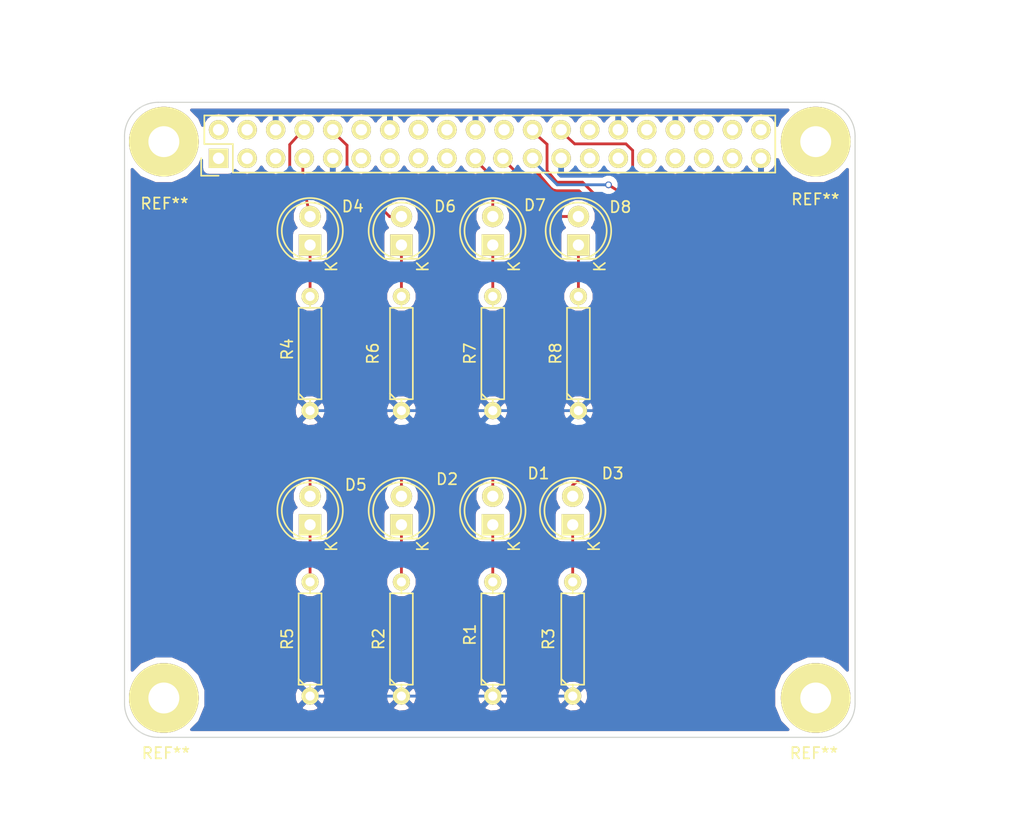
<source format=kicad_pcb>
(kicad_pcb (version 4) (host pcbnew 4.0.2-stable)

  (general
    (links 31)
    (no_connects 1)
    (area 73.904287 54.014122 163.621168 130.399474)
    (thickness 1.6)
    (drawings 14)
    (tracks 66)
    (zones 0)
    (modules 21)
    (nets 41)
  )

  (page A4)
  (layers
    (0 F.Cu signal)
    (31 B.Cu signal hide)
    (32 B.Adhes user)
    (33 F.Adhes user)
    (34 B.Paste user)
    (35 F.Paste user)
    (36 B.SilkS user)
    (37 F.SilkS user)
    (38 B.Mask user)
    (39 F.Mask user)
    (40 Dwgs.User user)
    (41 Cmts.User user)
    (42 Eco1.User user)
    (43 Eco2.User user)
    (44 Edge.Cuts user)
    (45 Margin user)
    (46 B.CrtYd user)
    (47 F.CrtYd user)
    (48 B.Fab user)
    (49 F.Fab user)
  )

  (setup
    (last_trace_width 0.25)
    (trace_clearance 0.2)
    (zone_clearance 0.508)
    (zone_45_only no)
    (trace_min 0.2)
    (segment_width 0.2)
    (edge_width 0.1)
    (via_size 0.6)
    (via_drill 0.4)
    (via_min_size 0.4)
    (via_min_drill 0.3)
    (uvia_size 0.3)
    (uvia_drill 0.1)
    (uvias_allowed no)
    (uvia_min_size 0.2)
    (uvia_min_drill 0.1)
    (pcb_text_width 0.3)
    (pcb_text_size 1.5 1.5)
    (mod_edge_width 0.15)
    (mod_text_size 1 1)
    (mod_text_width 0.15)
    (pad_size 1 1)
    (pad_drill 0.5)
    (pad_to_mask_clearance 0)
    (aux_axis_origin 88.13 66.26)
    (visible_elements 7FFFFFFF)
    (pcbplotparams
      (layerselection 0x010f0_80000001)
      (usegerberextensions true)
      (excludeedgelayer true)
      (linewidth 0.100000)
      (plotframeref false)
      (viasonmask false)
      (mode 1)
      (useauxorigin false)
      (hpglpennumber 1)
      (hpglpenspeed 20)
      (hpglpendiameter 15)
      (hpglpenoverlay 2)
      (psnegative false)
      (psa4output false)
      (plotreference true)
      (plotvalue true)
      (plotinvisibletext false)
      (padsonsilk false)
      (subtractmaskfromsilk false)
      (outputformat 1)
      (mirror false)
      (drillshape 0)
      (scaleselection 1)
      (outputdirectory printout/))
  )

  (net 0 "")
  (net 1 "Net-(D1-Pad1)")
  (net 2 /LED5)
  (net 3 "Net-(D2-Pad1)")
  (net 4 /LED6)
  (net 5 "Net-(D3-Pad1)")
  (net 6 /LED7)
  (net 7 "Net-(D4-Pad1)")
  (net 8 /LED8)
  (net 9 "Net-(D5-Pad1)")
  (net 10 /LED1)
  (net 11 "Net-(D6-Pad1)")
  (net 12 /LED2)
  (net 13 "Net-(D7-Pad1)")
  (net 14 /LED3)
  (net 15 "Net-(D8-Pad1)")
  (net 16 /LED4)
  (net 17 "Net-(P1-Pad1)")
  (net 18 "Net-(P1-Pad2)")
  (net 19 "Net-(P1-Pad3)")
  (net 20 "Net-(P1-Pad4)")
  (net 21 "Net-(P1-Pad5)")
  (net 22 GND)
  (net 23 "Net-(P1-Pad11)")
  (net 24 "Net-(P1-Pad12)")
  (net 25 "Net-(P1-Pad13)")
  (net 26 "Net-(P1-Pad15)")
  (net 27 "Net-(P1-Pad17)")
  (net 28 "Net-(P1-Pad18)")
  (net 29 "Net-(P1-Pad22)")
  (net 30 "Net-(P1-Pad27)")
  (net 31 "Net-(P1-Pad28)")
  (net 32 "Net-(P1-Pad29)")
  (net 33 "Net-(P1-Pad31)")
  (net 34 "Net-(P1-Pad32)")
  (net 35 "Net-(P1-Pad33)")
  (net 36 "Net-(P1-Pad35)")
  (net 37 "Net-(P1-Pad36)")
  (net 38 "Net-(P1-Pad37)")
  (net 39 "Net-(P1-Pad40)")
  (net 40 "Net-(P1-Pad16)")

  (net_class Default "This is the default net class."
    (clearance 0.2)
    (trace_width 0.25)
    (via_dia 0.6)
    (via_drill 0.4)
    (uvia_dia 0.3)
    (uvia_drill 0.1)
    (add_net /LED1)
    (add_net /LED2)
    (add_net /LED3)
    (add_net /LED4)
    (add_net /LED5)
    (add_net /LED6)
    (add_net /LED7)
    (add_net /LED8)
    (add_net GND)
    (add_net "Net-(D1-Pad1)")
    (add_net "Net-(D2-Pad1)")
    (add_net "Net-(D3-Pad1)")
    (add_net "Net-(D4-Pad1)")
    (add_net "Net-(D5-Pad1)")
    (add_net "Net-(D6-Pad1)")
    (add_net "Net-(D7-Pad1)")
    (add_net "Net-(D8-Pad1)")
    (add_net "Net-(P1-Pad1)")
    (add_net "Net-(P1-Pad11)")
    (add_net "Net-(P1-Pad12)")
    (add_net "Net-(P1-Pad13)")
    (add_net "Net-(P1-Pad15)")
    (add_net "Net-(P1-Pad16)")
    (add_net "Net-(P1-Pad17)")
    (add_net "Net-(P1-Pad18)")
    (add_net "Net-(P1-Pad2)")
    (add_net "Net-(P1-Pad22)")
    (add_net "Net-(P1-Pad27)")
    (add_net "Net-(P1-Pad28)")
    (add_net "Net-(P1-Pad29)")
    (add_net "Net-(P1-Pad3)")
    (add_net "Net-(P1-Pad31)")
    (add_net "Net-(P1-Pad32)")
    (add_net "Net-(P1-Pad33)")
    (add_net "Net-(P1-Pad35)")
    (add_net "Net-(P1-Pad36)")
    (add_net "Net-(P1-Pad37)")
    (add_net "Net-(P1-Pad4)")
    (add_net "Net-(P1-Pad40)")
    (add_net "Net-(P1-Pad5)")
  )

  (module Pin_Headers:Pin_Header_Straight_2x20 (layer F.Cu) (tedit 577647C2) (tstamp 577642C5)
    (at 93.0028 67.7449 90)
    (descr "Through hole pin header")
    (tags "pin header")
    (path /5773C907)
    (fp_text reference P1 (at 0 -5.1 90) (layer F.SilkS)
      (effects (font (size 1 1) (thickness 0.15)))
    )
    (fp_text value Raspberry_Pi_Ambrose (at 6.93674 22.54504 180) (layer F.Fab)
      (effects (font (size 1 1) (thickness 0.15)))
    )
    (fp_line (start -1.75 -1.75) (end -1.75 50.05) (layer F.CrtYd) (width 0.05))
    (fp_line (start 4.3 -1.75) (end 4.3 50.05) (layer F.CrtYd) (width 0.05))
    (fp_line (start -1.75 -1.75) (end 4.3 -1.75) (layer F.CrtYd) (width 0.05))
    (fp_line (start -1.75 50.05) (end 4.3 50.05) (layer F.CrtYd) (width 0.05))
    (fp_line (start 3.81 49.53) (end 3.81 -1.27) (layer F.SilkS) (width 0.15))
    (fp_line (start -1.27 1.27) (end -1.27 49.53) (layer F.SilkS) (width 0.15))
    (fp_line (start 3.81 49.53) (end -1.27 49.53) (layer F.SilkS) (width 0.15))
    (fp_line (start 3.81 -1.27) (end 1.27 -1.27) (layer F.SilkS) (width 0.15))
    (fp_line (start 0 -1.55) (end -1.55 -1.55) (layer F.SilkS) (width 0.15))
    (fp_line (start 1.27 -1.27) (end 1.27 1.27) (layer F.SilkS) (width 0.15))
    (fp_line (start 1.27 1.27) (end -1.27 1.27) (layer F.SilkS) (width 0.15))
    (fp_line (start -1.55 -1.55) (end -1.55 0) (layer F.SilkS) (width 0.15))
    (pad 1 thru_hole rect (at 0 0 90) (size 1.7272 1.7272) (drill 1.016) (layers *.Cu *.Mask F.SilkS)
      (net 17 "Net-(P1-Pad1)"))
    (pad 2 thru_hole oval (at 2.54 0 90) (size 1.7272 1.7272) (drill 1.016) (layers *.Cu *.Mask F.SilkS)
      (net 18 "Net-(P1-Pad2)"))
    (pad 3 thru_hole oval (at 0 2.54 90) (size 1.7272 1.7272) (drill 1.016) (layers *.Cu *.Mask F.SilkS)
      (net 19 "Net-(P1-Pad3)"))
    (pad 4 thru_hole oval (at 2.54 2.54 90) (size 1.7272 1.7272) (drill 1.016) (layers *.Cu *.Mask F.SilkS)
      (net 20 "Net-(P1-Pad4)"))
    (pad 5 thru_hole oval (at 0 5.08 90) (size 1.7272 1.7272) (drill 1.016) (layers *.Cu *.Mask F.SilkS)
      (net 21 "Net-(P1-Pad5)"))
    (pad 6 thru_hole oval (at 2.54 5.08 90) (size 1.7272 1.7272) (drill 1.016) (layers *.Cu *.Mask F.SilkS)
      (net 22 GND))
    (pad 7 thru_hole oval (at 0 7.62 90) (size 1.7272 1.7272) (drill 1.016) (layers *.Cu *.Mask F.SilkS)
      (net 8 /LED8))
    (pad 8 thru_hole oval (at 2.54 7.62 90) (size 1.7272 1.7272) (drill 1.016) (layers *.Cu *.Mask F.SilkS)
      (net 10 /LED1))
    (pad 9 thru_hole oval (at 0 10.16 90) (size 1.7272 1.7272) (drill 1.016) (layers *.Cu *.Mask F.SilkS)
      (net 22 GND))
    (pad 10 thru_hole oval (at 2.54 10.16 90) (size 1.7272 1.7272) (drill 1.016) (layers *.Cu *.Mask F.SilkS)
      (net 12 /LED2))
    (pad 11 thru_hole oval (at 0 12.7 90) (size 1.7272 1.7272) (drill 1.016) (layers *.Cu *.Mask F.SilkS)
      (net 23 "Net-(P1-Pad11)"))
    (pad 12 thru_hole oval (at 2.54 12.7 90) (size 1.7272 1.7272) (drill 1.016) (layers *.Cu *.Mask F.SilkS)
      (net 24 "Net-(P1-Pad12)"))
    (pad 13 thru_hole oval (at 0 15.24 90) (size 1.7272 1.7272) (drill 1.016) (layers *.Cu *.Mask F.SilkS)
      (net 25 "Net-(P1-Pad13)"))
    (pad 14 thru_hole oval (at 2.54 15.24 90) (size 1.7272 1.7272) (drill 1.016) (layers *.Cu *.Mask F.SilkS)
      (net 22 GND))
    (pad 15 thru_hole oval (at 0 17.78 90) (size 1.7272 1.7272) (drill 1.016) (layers *.Cu *.Mask F.SilkS)
      (net 26 "Net-(P1-Pad15)"))
    (pad 16 thru_hole oval (at 2.54 17.78 90) (size 1.7272 1.7272) (drill 1.016) (layers *.Cu *.Mask F.SilkS)
      (net 40 "Net-(P1-Pad16)"))
    (pad 17 thru_hole oval (at 0 20.32 90) (size 1.7272 1.7272) (drill 1.016) (layers *.Cu *.Mask F.SilkS)
      (net 27 "Net-(P1-Pad17)"))
    (pad 18 thru_hole oval (at 2.54 20.32 90) (size 1.7272 1.7272) (drill 1.016) (layers *.Cu *.Mask F.SilkS)
      (net 28 "Net-(P1-Pad18)"))
    (pad 19 thru_hole oval (at 0 22.86 90) (size 1.7272 1.7272) (drill 1.016) (layers *.Cu *.Mask F.SilkS)
      (net 14 /LED3))
    (pad 20 thru_hole oval (at 2.54 22.86 90) (size 1.7272 1.7272) (drill 1.016) (layers *.Cu *.Mask F.SilkS)
      (net 22 GND))
    (pad 21 thru_hole oval (at 0 25.3 90) (size 1.7272 1.7272) (drill 1.016) (layers *.Cu *.Mask F.SilkS)
      (net 16 /LED4))
    (pad 22 thru_hole oval (at 2.54 25.4 90) (size 1.7272 1.7272) (drill 1.016) (layers *.Cu *.Mask F.SilkS)
      (net 29 "Net-(P1-Pad22)"))
    (pad 23 thru_hole oval (at 0 27.94 90) (size 1.7272 1.7272) (drill 1.016) (layers *.Cu *.Mask F.SilkS)
      (net 2 /LED5))
    (pad 24 thru_hole oval (at 2.54 27.94 90) (size 1.7272 1.7272) (drill 1.016) (layers *.Cu *.Mask F.SilkS)
      (net 4 /LED6))
    (pad 25 thru_hole oval (at 0 30.48 90) (size 1.7272 1.7272) (drill 1.016) (layers *.Cu *.Mask F.SilkS)
      (net 22 GND))
    (pad 26 thru_hole oval (at 2.54 30.48 90) (size 1.7272 1.7272) (drill 1.016) (layers *.Cu *.Mask F.SilkS)
      (net 6 /LED7))
    (pad 27 thru_hole oval (at 0 33.02 90) (size 1.7272 1.7272) (drill 1.016) (layers *.Cu *.Mask F.SilkS)
      (net 30 "Net-(P1-Pad27)"))
    (pad 28 thru_hole oval (at 2.54 33.02 90) (size 1.7272 1.7272) (drill 1.016) (layers *.Cu *.Mask F.SilkS)
      (net 31 "Net-(P1-Pad28)"))
    (pad 29 thru_hole oval (at 0 35.56 90) (size 1.7272 1.7272) (drill 1.016) (layers *.Cu *.Mask F.SilkS)
      (net 32 "Net-(P1-Pad29)"))
    (pad 30 thru_hole oval (at 2.54 35.56 90) (size 1.7272 1.7272) (drill 1.016) (layers *.Cu *.Mask F.SilkS)
      (net 22 GND))
    (pad 31 thru_hole oval (at 0 38.1 90) (size 1.7272 1.7272) (drill 1.016) (layers *.Cu *.Mask F.SilkS)
      (net 33 "Net-(P1-Pad31)"))
    (pad 32 thru_hole oval (at 2.54 38.1 90) (size 1.7272 1.7272) (drill 1.016) (layers *.Cu *.Mask F.SilkS)
      (net 34 "Net-(P1-Pad32)"))
    (pad 33 thru_hole oval (at 0 40.64 90) (size 1.7272 1.7272) (drill 1.016) (layers *.Cu *.Mask F.SilkS)
      (net 35 "Net-(P1-Pad33)"))
    (pad 34 thru_hole oval (at 2.54 40.64 90) (size 1.7272 1.7272) (drill 1.016) (layers *.Cu *.Mask F.SilkS)
      (net 22 GND))
    (pad 35 thru_hole oval (at 0 43.18 90) (size 1.7272 1.7272) (drill 1.016) (layers *.Cu *.Mask F.SilkS)
      (net 36 "Net-(P1-Pad35)"))
    (pad 36 thru_hole oval (at 2.54 43.18 90) (size 1.7272 1.7272) (drill 1.016) (layers *.Cu *.Mask F.SilkS)
      (net 37 "Net-(P1-Pad36)"))
    (pad 37 thru_hole oval (at 0 45.72 90) (size 1.7272 1.7272) (drill 1.016) (layers *.Cu *.Mask F.SilkS)
      (net 38 "Net-(P1-Pad37)"))
    (pad 38 thru_hole oval (at 2.54 45.72 90) (size 1.7272 1.7272) (drill 1.016) (layers *.Cu *.Mask F.SilkS))
    (pad 39 thru_hole oval (at 0 48.26 90) (size 1.7272 1.7272) (drill 1.016) (layers *.Cu *.Mask F.SilkS)
      (net 22 GND))
    (pad 40 thru_hole oval (at 2.54 48.26 90) (size 1.7272 1.7272) (drill 1.016) (layers *.Cu *.Mask F.SilkS)
      (net 39 "Net-(P1-Pad40)"))
    (model Pin_Headers.3dshapes/Pin_Header_Straight_2x20.wrl
      (at (xyz 0.05 -0.95 0))
      (scale (xyz 1 1 1))
      (rotate (xyz 0 0 90))
    )
  )

  (module LEDs:LED-5MM (layer F.Cu) (tedit 5774C547) (tstamp 5773CB77)
    (at 117.3988 100.3554 90)
    (descr "LED 5mm round vertical")
    (tags "LED 5mm round vertical")
    (path /5773C903)
    (fp_text reference D1 (at 4.572 4.064 180) (layer F.SilkS)
      (effects (font (size 1 1) (thickness 0.15)))
    )
    (fp_text value LED (at -2.4638 -3.34772 180) (layer F.Fab)
      (effects (font (size 1 1) (thickness 0.15)))
    )
    (fp_line (start -1.5 -1.55) (end -1.5 1.55) (layer F.CrtYd) (width 0.05))
    (fp_arc (start 1.3 0) (end -1.5 1.55) (angle -302) (layer F.CrtYd) (width 0.05))
    (fp_arc (start 1.27 0) (end -1.23 -1.5) (angle 297.5) (layer F.SilkS) (width 0.15))
    (fp_line (start -1.23 1.5) (end -1.23 -1.5) (layer F.SilkS) (width 0.15))
    (fp_circle (center 1.27 0) (end 0.97 -2.5) (layer F.SilkS) (width 0.15))
    (fp_text user K (at -1.905 1.905 90) (layer F.SilkS)
      (effects (font (size 1 1) (thickness 0.15)))
    )
    (pad 1 thru_hole rect (at 0 0 180) (size 2 1.9) (drill 1.00076) (layers *.Cu *.Mask F.SilkS)
      (net 1 "Net-(D1-Pad1)"))
    (pad 2 thru_hole circle (at 2.54 0 90) (size 1.9 1.9) (drill 1.00076) (layers *.Cu *.Mask F.SilkS)
      (net 2 /LED5))
    (model LEDs.3dshapes/LED-5MM.wrl
      (at (xyz 0.05 0 0))
      (scale (xyz 1 1 1))
      (rotate (xyz 0 0 90))
    )
  )

  (module LEDs:LED-5MM (layer F.Cu) (tedit 5773E8DA) (tstamp 5773CB7D)
    (at 109.2708 100.3554 90)
    (descr "LED 5mm round vertical")
    (tags "LED 5mm round vertical")
    (path /5773C904)
    (fp_text reference D2 (at 4.064 4.064 180) (layer F.SilkS)
      (effects (font (size 1 1) (thickness 0.15)))
    )
    (fp_text value LED (at -2.54 -3.556 180) (layer F.Fab)
      (effects (font (size 1 1) (thickness 0.15)))
    )
    (fp_line (start -1.5 -1.55) (end -1.5 1.55) (layer F.CrtYd) (width 0.05))
    (fp_arc (start 1.3 0) (end -1.5 1.55) (angle -302) (layer F.CrtYd) (width 0.05))
    (fp_arc (start 1.27 0) (end -1.23 -1.5) (angle 297.5) (layer F.SilkS) (width 0.15))
    (fp_line (start -1.23 1.5) (end -1.23 -1.5) (layer F.SilkS) (width 0.15))
    (fp_circle (center 1.27 0) (end 0.97 -2.5) (layer F.SilkS) (width 0.15))
    (fp_text user K (at -1.905 1.905 90) (layer F.SilkS)
      (effects (font (size 1 1) (thickness 0.15)))
    )
    (pad 1 thru_hole rect (at 0 0 180) (size 2 1.9) (drill 1.00076) (layers *.Cu *.Mask F.SilkS)
      (net 3 "Net-(D2-Pad1)"))
    (pad 2 thru_hole circle (at 2.54 0 90) (size 1.9 1.9) (drill 1.00076) (layers *.Cu *.Mask F.SilkS)
      (net 4 /LED6))
    (model LEDs.3dshapes/LED-5MM.wrl
      (at (xyz 0.05 0 0))
      (scale (xyz 1 1 1))
      (rotate (xyz 0 0 90))
    )
  )

  (module LEDs:LED-5MM (layer F.Cu) (tedit 5774C54A) (tstamp 5773CB83)
    (at 124.5108 100.3554 90)
    (descr "LED 5mm round vertical")
    (tags "LED 5mm round vertical")
    (path /5773C905)
    (fp_text reference D3 (at 4.572 3.556 180) (layer F.SilkS)
      (effects (font (size 1 1) (thickness 0.15)))
    )
    (fp_text value LED (at -2.51968 -3.36296 180) (layer F.Fab)
      (effects (font (size 1 1) (thickness 0.15)))
    )
    (fp_line (start -1.5 -1.55) (end -1.5 1.55) (layer F.CrtYd) (width 0.05))
    (fp_arc (start 1.3 0) (end -1.5 1.55) (angle -302) (layer F.CrtYd) (width 0.05))
    (fp_arc (start 1.27 0) (end -1.23 -1.5) (angle 297.5) (layer F.SilkS) (width 0.15))
    (fp_line (start -1.23 1.5) (end -1.23 -1.5) (layer F.SilkS) (width 0.15))
    (fp_circle (center 1.27 0) (end 0.97 -2.5) (layer F.SilkS) (width 0.15))
    (fp_text user K (at -1.905 1.905 90) (layer F.SilkS)
      (effects (font (size 1 1) (thickness 0.15)))
    )
    (pad 1 thru_hole rect (at 0 0 180) (size 2 1.9) (drill 1.00076) (layers *.Cu *.Mask F.SilkS)
      (net 5 "Net-(D3-Pad1)"))
    (pad 2 thru_hole circle (at 2.54 0 90) (size 1.9 1.9) (drill 1.00076) (layers *.Cu *.Mask F.SilkS)
      (net 6 /LED7))
    (model LEDs.3dshapes/LED-5MM.wrl
      (at (xyz 0.05 0 0))
      (scale (xyz 1 1 1))
      (rotate (xyz 0 0 90))
    )
  )

  (module LEDs:LED-5MM (layer F.Cu) (tedit 5774C56E) (tstamp 5773CB89)
    (at 101.1428 75.4634 90)
    (descr "LED 5mm round vertical")
    (tags "LED 5mm round vertical")
    (path /5773C906)
    (fp_text reference D4 (at 3.43408 3.79984 180) (layer F.SilkS)
      (effects (font (size 1 1) (thickness 0.15)))
    )
    (fp_text value LED (at -3.43916 -3.96748 180) (layer F.Fab)
      (effects (font (size 1 1) (thickness 0.15)))
    )
    (fp_line (start -1.5 -1.55) (end -1.5 1.55) (layer F.CrtYd) (width 0.05))
    (fp_arc (start 1.3 0) (end -1.5 1.55) (angle -302) (layer F.CrtYd) (width 0.05))
    (fp_arc (start 1.27 0) (end -1.23 -1.5) (angle 297.5) (layer F.SilkS) (width 0.15))
    (fp_line (start -1.23 1.5) (end -1.23 -1.5) (layer F.SilkS) (width 0.15))
    (fp_circle (center 1.27 0) (end 0.97 -2.5) (layer F.SilkS) (width 0.15))
    (fp_text user K (at -1.905 1.905 90) (layer F.SilkS)
      (effects (font (size 1 1) (thickness 0.15)))
    )
    (pad 1 thru_hole rect (at 0 0 180) (size 2 1.9) (drill 1.00076) (layers *.Cu *.Mask F.SilkS)
      (net 7 "Net-(D4-Pad1)"))
    (pad 2 thru_hole circle (at 2.54 0 90) (size 1.9 1.9) (drill 1.00076) (layers *.Cu *.Mask F.SilkS)
      (net 8 /LED8))
    (model LEDs.3dshapes/LED-5MM.wrl
      (at (xyz 0.05 0 0))
      (scale (xyz 1 1 1))
      (rotate (xyz 0 0 90))
    )
  )

  (module LEDs:LED-5MM (layer F.Cu) (tedit 5774C550) (tstamp 5773CB8F)
    (at 101.1428 100.3554 90)
    (descr "LED 5mm round vertical")
    (tags "LED 5mm round vertical")
    (path /5773C8FF)
    (fp_text reference D5 (at 3.556 4.064 180) (layer F.SilkS)
      (effects (font (size 1 1) (thickness 0.15)))
    )
    (fp_text value LED (at -2.57556 -3.24104 180) (layer F.Fab)
      (effects (font (size 1 1) (thickness 0.15)))
    )
    (fp_line (start -1.5 -1.55) (end -1.5 1.55) (layer F.CrtYd) (width 0.05))
    (fp_arc (start 1.3 0) (end -1.5 1.55) (angle -302) (layer F.CrtYd) (width 0.05))
    (fp_arc (start 1.27 0) (end -1.23 -1.5) (angle 297.5) (layer F.SilkS) (width 0.15))
    (fp_line (start -1.23 1.5) (end -1.23 -1.5) (layer F.SilkS) (width 0.15))
    (fp_circle (center 1.27 0) (end 0.97 -2.5) (layer F.SilkS) (width 0.15))
    (fp_text user K (at -1.905 1.905 90) (layer F.SilkS)
      (effects (font (size 1 1) (thickness 0.15)))
    )
    (pad 1 thru_hole rect (at 0 0 180) (size 2 1.9) (drill 1.00076) (layers *.Cu *.Mask F.SilkS)
      (net 9 "Net-(D5-Pad1)"))
    (pad 2 thru_hole circle (at 2.54 0 90) (size 1.9 1.9) (drill 1.00076) (layers *.Cu *.Mask F.SilkS)
      (net 10 /LED1))
    (model LEDs.3dshapes/LED-5MM.wrl
      (at (xyz 0.05 0 0))
      (scale (xyz 1 1 1))
      (rotate (xyz 0 0 90))
    )
  )

  (module LEDs:LED-5MM (layer F.Cu) (tedit 5774C568) (tstamp 5773CB95)
    (at 109.2708 75.4634 90)
    (descr "LED 5mm round vertical")
    (tags "LED 5mm round vertical")
    (path /5773C900)
    (fp_text reference D6 (at 3.43408 3.8862 180) (layer F.SilkS)
      (effects (font (size 1 1) (thickness 0.15)))
    )
    (fp_text value LED (at -3.77444 -3.937 180) (layer F.Fab)
      (effects (font (size 1 1) (thickness 0.15)))
    )
    (fp_line (start -1.5 -1.55) (end -1.5 1.55) (layer F.CrtYd) (width 0.05))
    (fp_arc (start 1.3 0) (end -1.5 1.55) (angle -302) (layer F.CrtYd) (width 0.05))
    (fp_arc (start 1.27 0) (end -1.23 -1.5) (angle 297.5) (layer F.SilkS) (width 0.15))
    (fp_line (start -1.23 1.5) (end -1.23 -1.5) (layer F.SilkS) (width 0.15))
    (fp_circle (center 1.27 0) (end 0.97 -2.5) (layer F.SilkS) (width 0.15))
    (fp_text user K (at -1.905 1.905 90) (layer F.SilkS)
      (effects (font (size 1 1) (thickness 0.15)))
    )
    (pad 1 thru_hole rect (at 0 0 180) (size 2 1.9) (drill 1.00076) (layers *.Cu *.Mask F.SilkS)
      (net 11 "Net-(D6-Pad1)"))
    (pad 2 thru_hole circle (at 2.54 0 90) (size 1.9 1.9) (drill 1.00076) (layers *.Cu *.Mask F.SilkS)
      (net 12 /LED2))
    (model LEDs.3dshapes/LED-5MM.wrl
      (at (xyz 0.05 0 0))
      (scale (xyz 1 1 1))
      (rotate (xyz 0 0 90))
    )
  )

  (module LEDs:LED-5MM (layer F.Cu) (tedit 5774C55B) (tstamp 5773CB9B)
    (at 117.3988 75.4634 90)
    (descr "LED 5mm round vertical")
    (tags "LED 5mm round vertical")
    (path /5773C902)
    (fp_text reference D7 (at 3.54584 3.74904 180) (layer F.SilkS)
      (effects (font (size 1 1) (thickness 0.15)))
    )
    (fp_text value LED (at -3.8862 -3.85064 180) (layer F.Fab)
      (effects (font (size 1 1) (thickness 0.15)))
    )
    (fp_line (start -1.5 -1.55) (end -1.5 1.55) (layer F.CrtYd) (width 0.05))
    (fp_arc (start 1.3 0) (end -1.5 1.55) (angle -302) (layer F.CrtYd) (width 0.05))
    (fp_arc (start 1.27 0) (end -1.23 -1.5) (angle 297.5) (layer F.SilkS) (width 0.15))
    (fp_line (start -1.23 1.5) (end -1.23 -1.5) (layer F.SilkS) (width 0.15))
    (fp_circle (center 1.27 0) (end 0.97 -2.5) (layer F.SilkS) (width 0.15))
    (fp_text user K (at -1.905 1.905 90) (layer F.SilkS)
      (effects (font (size 1 1) (thickness 0.15)))
    )
    (pad 1 thru_hole rect (at 0 0 180) (size 2 1.9) (drill 1.00076) (layers *.Cu *.Mask F.SilkS)
      (net 13 "Net-(D7-Pad1)"))
    (pad 2 thru_hole circle (at 2.54 0 90) (size 1.9 1.9) (drill 1.00076) (layers *.Cu *.Mask F.SilkS)
      (net 14 /LED3))
    (model LEDs.3dshapes/LED-5MM.wrl
      (at (xyz 0.05 0 0))
      (scale (xyz 1 1 1))
      (rotate (xyz 0 0 90))
    )
  )

  (module LEDs:LED-5MM (layer F.Cu) (tedit 5774C561) (tstamp 5773CBA1)
    (at 125.0188 75.4634 90)
    (descr "LED 5mm round vertical")
    (tags "LED 5mm round vertical")
    (path /5773C901)
    (fp_text reference D8 (at 3.3782 3.72872 180) (layer F.SilkS)
      (effects (font (size 1 1) (thickness 0.15)))
    )
    (fp_text value LED (at -4.064 -4.572 180) (layer F.Fab)
      (effects (font (size 1 1) (thickness 0.15)))
    )
    (fp_line (start -1.5 -1.55) (end -1.5 1.55) (layer F.CrtYd) (width 0.05))
    (fp_arc (start 1.3 0) (end -1.5 1.55) (angle -302) (layer F.CrtYd) (width 0.05))
    (fp_arc (start 1.27 0) (end -1.23 -1.5) (angle 297.5) (layer F.SilkS) (width 0.15))
    (fp_line (start -1.23 1.5) (end -1.23 -1.5) (layer F.SilkS) (width 0.15))
    (fp_circle (center 1.27 0) (end 0.97 -2.5) (layer F.SilkS) (width 0.15))
    (fp_text user K (at -1.905 1.905 90) (layer F.SilkS)
      (effects (font (size 1 1) (thickness 0.15)))
    )
    (pad 1 thru_hole rect (at 0 0 180) (size 2 1.9) (drill 1.00076) (layers *.Cu *.Mask F.SilkS)
      (net 15 "Net-(D8-Pad1)"))
    (pad 2 thru_hole circle (at 2.54 0 90) (size 1.9 1.9) (drill 1.00076) (layers *.Cu *.Mask F.SilkS)
      (net 16 /LED4))
    (model LEDs.3dshapes/LED-5MM.wrl
      (at (xyz 0.05 0 0))
      (scale (xyz 1 1 1))
      (rotate (xyz 0 0 90))
    )
  )

  (module Discret:R4 (layer F.Cu) (tedit 5773E81A) (tstamp 5773CBD3)
    (at 117.3988 110.5154 90)
    (descr "Resitance 4 pas")
    (tags R)
    (path /5773C8F3)
    (fp_text reference R1 (at 0.381 -2.032 90) (layer F.SilkS)
      (effects (font (size 1 1) (thickness 0.15)))
    )
    (fp_text value R (at 0 0 90) (layer F.Fab)
      (effects (font (size 1 1) (thickness 0.15)))
    )
    (fp_line (start -5.08 0) (end -4.064 0) (layer F.SilkS) (width 0.15))
    (fp_line (start -4.064 0) (end -4.064 -1.016) (layer F.SilkS) (width 0.15))
    (fp_line (start -4.064 -1.016) (end 4.064 -1.016) (layer F.SilkS) (width 0.15))
    (fp_line (start 4.064 -1.016) (end 4.064 1.016) (layer F.SilkS) (width 0.15))
    (fp_line (start 4.064 1.016) (end -4.064 1.016) (layer F.SilkS) (width 0.15))
    (fp_line (start -4.064 1.016) (end -4.064 0) (layer F.SilkS) (width 0.15))
    (fp_line (start -4.064 -0.508) (end -3.556 -1.016) (layer F.SilkS) (width 0.15))
    (fp_line (start 5.08 0) (end 4.064 0) (layer F.SilkS) (width 0.15))
    (pad 1 thru_hole circle (at -5.08 0 90) (size 1.524 1.524) (drill 0.8128) (layers *.Cu *.Mask F.SilkS)
      (net 22 GND))
    (pad 2 thru_hole circle (at 5.08 0 90) (size 1.524 1.524) (drill 0.8128) (layers *.Cu *.Mask F.SilkS)
      (net 1 "Net-(D1-Pad1)"))
    (model Discret.3dshapes/R4.wrl
      (at (xyz 0 0 0))
      (scale (xyz 0.4 0.4 0.4))
      (rotate (xyz 0 0 0))
    )
  )

  (module Discret:R4 (layer F.Cu) (tedit 5773E8EE) (tstamp 5773CBD9)
    (at 109.2708 110.5154 90)
    (descr "Resitance 4 pas")
    (tags R)
    (path /5773C8F4)
    (fp_text reference R2 (at 0 -2.032 90) (layer F.SilkS)
      (effects (font (size 1 1) (thickness 0.15)))
    )
    (fp_text value R (at 0 0 90) (layer F.Fab)
      (effects (font (size 1 1) (thickness 0.15)))
    )
    (fp_line (start -5.08 0) (end -4.064 0) (layer F.SilkS) (width 0.15))
    (fp_line (start -4.064 0) (end -4.064 -1.016) (layer F.SilkS) (width 0.15))
    (fp_line (start -4.064 -1.016) (end 4.064 -1.016) (layer F.SilkS) (width 0.15))
    (fp_line (start 4.064 -1.016) (end 4.064 1.016) (layer F.SilkS) (width 0.15))
    (fp_line (start 4.064 1.016) (end -4.064 1.016) (layer F.SilkS) (width 0.15))
    (fp_line (start -4.064 1.016) (end -4.064 0) (layer F.SilkS) (width 0.15))
    (fp_line (start -4.064 -0.508) (end -3.556 -1.016) (layer F.SilkS) (width 0.15))
    (fp_line (start 5.08 0) (end 4.064 0) (layer F.SilkS) (width 0.15))
    (pad 1 thru_hole circle (at -5.08 0 90) (size 1.524 1.524) (drill 0.8128) (layers *.Cu *.Mask F.SilkS)
      (net 22 GND))
    (pad 2 thru_hole circle (at 5.08 0 90) (size 1.524 1.524) (drill 0.8128) (layers *.Cu *.Mask F.SilkS)
      (net 3 "Net-(D2-Pad1)"))
    (model Discret.3dshapes/R4.wrl
      (at (xyz 0 0 0))
      (scale (xyz 0.4 0.4 0.4))
      (rotate (xyz 0 0 0))
    )
  )

  (module Discret:R4 (layer F.Cu) (tedit 5773E7B2) (tstamp 5773CBDF)
    (at 124.5108 110.5154 90)
    (descr "Resitance 4 pas")
    (tags R)
    (path /5773C8F5)
    (fp_text reference R3 (at 0 -2.159 90) (layer F.SilkS)
      (effects (font (size 1 1) (thickness 0.15)))
    )
    (fp_text value R (at 0 -0.127 90) (layer F.Fab)
      (effects (font (size 1 1) (thickness 0.15)))
    )
    (fp_line (start -5.08 0) (end -4.064 0) (layer F.SilkS) (width 0.15))
    (fp_line (start -4.064 0) (end -4.064 -1.016) (layer F.SilkS) (width 0.15))
    (fp_line (start -4.064 -1.016) (end 4.064 -1.016) (layer F.SilkS) (width 0.15))
    (fp_line (start 4.064 -1.016) (end 4.064 1.016) (layer F.SilkS) (width 0.15))
    (fp_line (start 4.064 1.016) (end -4.064 1.016) (layer F.SilkS) (width 0.15))
    (fp_line (start -4.064 1.016) (end -4.064 0) (layer F.SilkS) (width 0.15))
    (fp_line (start -4.064 -0.508) (end -3.556 -1.016) (layer F.SilkS) (width 0.15))
    (fp_line (start 5.08 0) (end 4.064 0) (layer F.SilkS) (width 0.15))
    (pad 1 thru_hole circle (at -5.08 0 90) (size 1.524 1.524) (drill 0.8128) (layers *.Cu *.Mask F.SilkS)
      (net 22 GND))
    (pad 2 thru_hole circle (at 5.08 0 90) (size 1.524 1.524) (drill 0.8128) (layers *.Cu *.Mask F.SilkS)
      (net 5 "Net-(D3-Pad1)"))
    (model Discret.3dshapes/R4.wrl
      (at (xyz 0 0 0))
      (scale (xyz 0.4 0.4 0.4))
      (rotate (xyz 0 0 0))
    )
  )

  (module Discret:R4 (layer F.Cu) (tedit 5773E35A) (tstamp 5773CBE5)
    (at 101.1428 85.1154 90)
    (descr "Resitance 4 pas")
    (tags R)
    (path /5773C8F6)
    (fp_text reference R4 (at 0.381 -2.032 90) (layer F.SilkS)
      (effects (font (size 1 1) (thickness 0.15)))
    )
    (fp_text value R (at 0 0 90) (layer F.Fab)
      (effects (font (size 1 1) (thickness 0.15)))
    )
    (fp_line (start -5.08 0) (end -4.064 0) (layer F.SilkS) (width 0.15))
    (fp_line (start -4.064 0) (end -4.064 -1.016) (layer F.SilkS) (width 0.15))
    (fp_line (start -4.064 -1.016) (end 4.064 -1.016) (layer F.SilkS) (width 0.15))
    (fp_line (start 4.064 -1.016) (end 4.064 1.016) (layer F.SilkS) (width 0.15))
    (fp_line (start 4.064 1.016) (end -4.064 1.016) (layer F.SilkS) (width 0.15))
    (fp_line (start -4.064 1.016) (end -4.064 0) (layer F.SilkS) (width 0.15))
    (fp_line (start -4.064 -0.508) (end -3.556 -1.016) (layer F.SilkS) (width 0.15))
    (fp_line (start 5.08 0) (end 4.064 0) (layer F.SilkS) (width 0.15))
    (pad 1 thru_hole circle (at -5.08 0 90) (size 1.524 1.524) (drill 0.8128) (layers *.Cu *.Mask F.SilkS)
      (net 22 GND))
    (pad 2 thru_hole circle (at 5.08 0 90) (size 1.524 1.524) (drill 0.8128) (layers *.Cu *.Mask F.SilkS)
      (net 7 "Net-(D4-Pad1)"))
    (model Discret.3dshapes/R4.wrl
      (at (xyz 0 0 0))
      (scale (xyz 0.4 0.4 0.4))
      (rotate (xyz 0 0 0))
    )
  )

  (module Discret:R4 (layer F.Cu) (tedit 5773E8F2) (tstamp 5773CBEB)
    (at 101.1428 110.5154 90)
    (descr "Resitance 4 pas")
    (tags R)
    (path /5773C8EF)
    (fp_text reference R5 (at 0 -2.032 90) (layer F.SilkS)
      (effects (font (size 1 1) (thickness 0.15)))
    )
    (fp_text value R (at 0 0 90) (layer F.Fab)
      (effects (font (size 1 1) (thickness 0.15)))
    )
    (fp_line (start -5.08 0) (end -4.064 0) (layer F.SilkS) (width 0.15))
    (fp_line (start -4.064 0) (end -4.064 -1.016) (layer F.SilkS) (width 0.15))
    (fp_line (start -4.064 -1.016) (end 4.064 -1.016) (layer F.SilkS) (width 0.15))
    (fp_line (start 4.064 -1.016) (end 4.064 1.016) (layer F.SilkS) (width 0.15))
    (fp_line (start 4.064 1.016) (end -4.064 1.016) (layer F.SilkS) (width 0.15))
    (fp_line (start -4.064 1.016) (end -4.064 0) (layer F.SilkS) (width 0.15))
    (fp_line (start -4.064 -0.508) (end -3.556 -1.016) (layer F.SilkS) (width 0.15))
    (fp_line (start 5.08 0) (end 4.064 0) (layer F.SilkS) (width 0.15))
    (pad 1 thru_hole circle (at -5.08 0 90) (size 1.524 1.524) (drill 0.8128) (layers *.Cu *.Mask F.SilkS)
      (net 22 GND))
    (pad 2 thru_hole circle (at 5.08 0 90) (size 1.524 1.524) (drill 0.8128) (layers *.Cu *.Mask F.SilkS)
      (net 9 "Net-(D5-Pad1)"))
    (model Discret.3dshapes/R4.wrl
      (at (xyz 0 0 0))
      (scale (xyz 0.4 0.4 0.4))
      (rotate (xyz 0 0 0))
    )
  )

  (module Discret:R4 (layer F.Cu) (tedit 5773E84E) (tstamp 5773CBF1)
    (at 109.2708 85.1154 90)
    (descr "Resitance 4 pas")
    (tags R)
    (path /5773C8F0)
    (fp_text reference R6 (at 0 -2.54 90) (layer F.SilkS)
      (effects (font (size 1 1) (thickness 0.15)))
    )
    (fp_text value R (at 0 0 90) (layer F.Fab)
      (effects (font (size 1 1) (thickness 0.15)))
    )
    (fp_line (start -5.08 0) (end -4.064 0) (layer F.SilkS) (width 0.15))
    (fp_line (start -4.064 0) (end -4.064 -1.016) (layer F.SilkS) (width 0.15))
    (fp_line (start -4.064 -1.016) (end 4.064 -1.016) (layer F.SilkS) (width 0.15))
    (fp_line (start 4.064 -1.016) (end 4.064 1.016) (layer F.SilkS) (width 0.15))
    (fp_line (start 4.064 1.016) (end -4.064 1.016) (layer F.SilkS) (width 0.15))
    (fp_line (start -4.064 1.016) (end -4.064 0) (layer F.SilkS) (width 0.15))
    (fp_line (start -4.064 -0.508) (end -3.556 -1.016) (layer F.SilkS) (width 0.15))
    (fp_line (start 5.08 0) (end 4.064 0) (layer F.SilkS) (width 0.15))
    (pad 1 thru_hole circle (at -5.08 0 90) (size 1.524 1.524) (drill 0.8128) (layers *.Cu *.Mask F.SilkS)
      (net 22 GND))
    (pad 2 thru_hole circle (at 5.08 0 90) (size 1.524 1.524) (drill 0.8128) (layers *.Cu *.Mask F.SilkS)
      (net 11 "Net-(D6-Pad1)"))
    (model Discret.3dshapes/R4.wrl
      (at (xyz 0 0 0))
      (scale (xyz 0.4 0.4 0.4))
      (rotate (xyz 0 0 0))
    )
  )

  (module Discret:R4 (layer F.Cu) (tedit 5773E900) (tstamp 5773CBF7)
    (at 117.3988 85.1154 90)
    (descr "Resitance 4 pas")
    (tags R)
    (path /5773C8F1)
    (fp_text reference R7 (at 0 -2.032 90) (layer F.SilkS)
      (effects (font (size 1 1) (thickness 0.15)))
    )
    (fp_text value R (at 0 0 90) (layer F.Fab)
      (effects (font (size 1 1) (thickness 0.15)))
    )
    (fp_line (start -5.08 0) (end -4.064 0) (layer F.SilkS) (width 0.15))
    (fp_line (start -4.064 0) (end -4.064 -1.016) (layer F.SilkS) (width 0.15))
    (fp_line (start -4.064 -1.016) (end 4.064 -1.016) (layer F.SilkS) (width 0.15))
    (fp_line (start 4.064 -1.016) (end 4.064 1.016) (layer F.SilkS) (width 0.15))
    (fp_line (start 4.064 1.016) (end -4.064 1.016) (layer F.SilkS) (width 0.15))
    (fp_line (start -4.064 1.016) (end -4.064 0) (layer F.SilkS) (width 0.15))
    (fp_line (start -4.064 -0.508) (end -3.556 -1.016) (layer F.SilkS) (width 0.15))
    (fp_line (start 5.08 0) (end 4.064 0) (layer F.SilkS) (width 0.15))
    (pad 1 thru_hole circle (at -5.08 0 90) (size 1.524 1.524) (drill 0.8128) (layers *.Cu *.Mask F.SilkS)
      (net 22 GND))
    (pad 2 thru_hole circle (at 5.08 0 90) (size 1.524 1.524) (drill 0.8128) (layers *.Cu *.Mask F.SilkS)
      (net 13 "Net-(D7-Pad1)"))
    (model Discret.3dshapes/R4.wrl
      (at (xyz 0 0 0))
      (scale (xyz 0.4 0.4 0.4))
      (rotate (xyz 0 0 0))
    )
  )

  (module Discret:R4 (layer F.Cu) (tedit 5773E82D) (tstamp 5773CBFD)
    (at 125.0188 85.1154 90)
    (descr "Resitance 4 pas")
    (tags R)
    (path /5773C8F2)
    (fp_text reference R8 (at 0 -2.032 90) (layer F.SilkS)
      (effects (font (size 1 1) (thickness 0.15)))
    )
    (fp_text value R (at 0 0 90) (layer F.Fab)
      (effects (font (size 1 1) (thickness 0.15)))
    )
    (fp_line (start -5.08 0) (end -4.064 0) (layer F.SilkS) (width 0.15))
    (fp_line (start -4.064 0) (end -4.064 -1.016) (layer F.SilkS) (width 0.15))
    (fp_line (start -4.064 -1.016) (end 4.064 -1.016) (layer F.SilkS) (width 0.15))
    (fp_line (start 4.064 -1.016) (end 4.064 1.016) (layer F.SilkS) (width 0.15))
    (fp_line (start 4.064 1.016) (end -4.064 1.016) (layer F.SilkS) (width 0.15))
    (fp_line (start -4.064 1.016) (end -4.064 0) (layer F.SilkS) (width 0.15))
    (fp_line (start -4.064 -0.508) (end -3.556 -1.016) (layer F.SilkS) (width 0.15))
    (fp_line (start 5.08 0) (end 4.064 0) (layer F.SilkS) (width 0.15))
    (pad 1 thru_hole circle (at -5.08 0 90) (size 1.524 1.524) (drill 0.8128) (layers *.Cu *.Mask F.SilkS)
      (net 22 GND))
    (pad 2 thru_hole circle (at 5.08 0 90) (size 1.524 1.524) (drill 0.8128) (layers *.Cu *.Mask F.SilkS)
      (net 15 "Net-(D8-Pad1)"))
    (model Discret.3dshapes/R4.wrl
      (at (xyz 0 0 0))
      (scale (xyz 0.4 0.4 0.4))
      (rotate (xyz 0 0 0))
    )
  )

  (module kicad:hole_of_pi (layer F.Cu) (tedit 577A6FFB) (tstamp 5773DCA1)
    (at 146.1008 66.3194)
    (fp_text reference REF** (at 0 5.08) (layer F.SilkS)
      (effects (font (size 1 1) (thickness 0.15)))
    )
    (fp_text value hole_of_pi (at 0 -6.35) (layer F.Fab)
      (effects (font (size 1 1) (thickness 0.15)))
    )
    (pad 1 thru_hole circle (at 0.032 -0.056) (size 6.2 6.2) (drill 2.75) (layers *.Cu *.Mask F.SilkS))
  )

  (module kicad:hole_of_pi (layer F.Cu) (tedit 577A7023) (tstamp 5773DCC1)
    (at 145.9738 115.5954)
    (fp_text reference REF** (at 0 5.08) (layer F.SilkS)
      (effects (font (size 1 1) (thickness 0.15)))
    )
    (fp_text value hole_of_pi (at 0 -6.35) (layer F.Fab)
      (effects (font (size 1 1) (thickness 0.15)))
    )
    (pad 1 thru_hole circle (at 0.159 0.168) (size 6.2 6.2) (drill 2.75) (layers *.Cu *.Mask F.SilkS))
  )

  (module kicad:hole_of_pi (layer F.Cu) (tedit 577A703D) (tstamp 5773DCC3)
    (at 88.3158 115.5954)
    (fp_text reference REF** (at 0 5.08) (layer F.SilkS)
      (effects (font (size 1 1) (thickness 0.15)))
    )
    (fp_text value hole_of_pi (at 0 -6.35) (layer F.Fab)
      (effects (font (size 1 1) (thickness 0.15)))
    )
    (pad 1 thru_hole circle (at -0.183 0.168) (size 6.2 6.2) (drill 2.75) (layers *.Cu *.Mask F.SilkS))
  )

  (module kicad:hole_of_pi (layer F.Cu) (tedit 577A7055) (tstamp 5773DCC4)
    (at 88.1888 66.7004)
    (fp_text reference REF** (at 0 5.08) (layer F.SilkS)
      (effects (font (size 1 1) (thickness 0.15)))
    )
    (fp_text value hole_of_pi (at 0 -6.35) (layer F.Fab)
      (effects (font (size 1 1) (thickness 0.15)))
    )
    (pad 1 thru_hole circle (at -0.056 -0.437) (size 6.2 6.2) (drill 2.75) (layers *.Cu *.Mask F.SilkS))
  )

  (dimension 3.5 (width 0.3) (layer Dwgs.User)
    (gr_text "3.500 mm" (at 86.38 123.84) (layer Dwgs.User)
      (effects (font (size 1.5 1.5) (thickness 0.3)))
    )
    (feature1 (pts (xy 84.63 115.72) (xy 84.63 125.19)))
    (feature2 (pts (xy 88.13 115.72) (xy 88.13 125.19)))
    (crossbar (pts (xy 88.13 122.49) (xy 84.63 122.49)))
    (arrow1a (pts (xy 84.63 122.49) (xy 85.756504 121.903579)))
    (arrow1b (pts (xy 84.63 122.49) (xy 85.756504 123.076421)))
    (arrow2a (pts (xy 88.13 122.49) (xy 87.003496 121.903579)))
    (arrow2b (pts (xy 88.13 122.49) (xy 87.003496 123.076421)))
  )
  (dimension 3.5 (width 0.3) (layer Dwgs.User)
    (gr_text "3.500 mm" (at 79.84 117.53 270) (layer Dwgs.User)
      (effects (font (size 1.5 1.5) (thickness 0.3)))
    )
    (feature1 (pts (xy 88.12 119.28) (xy 78.49 119.28)))
    (feature2 (pts (xy 88.12 115.78) (xy 78.49 115.78)))
    (crossbar (pts (xy 81.19 115.78) (xy 81.19 119.28)))
    (arrow1a (pts (xy 81.19 119.28) (xy 80.603579 118.153496)))
    (arrow1b (pts (xy 81.19 119.28) (xy 81.776421 118.153496)))
    (arrow2a (pts (xy 81.19 115.78) (xy 80.603579 116.906504)))
    (arrow2b (pts (xy 81.19 115.78) (xy 81.776421 116.906504)))
  )
  (dimension 29.000209 (width 0.3) (layer Dwgs.User)
    (gr_text "29.000 mm" (at 102.66112 55.514122 359.7826722) (layer Dwgs.User)
      (effects (font (size 1.5 1.5) (thickness 0.3)))
    )
    (feature1 (pts (xy 117.12 66.41) (xy 117.166241 54.219132)))
    (feature2 (pts (xy 88.12 66.3) (xy 88.166241 54.109132)))
    (crossbar (pts (xy 88.156 56.809113) (xy 117.156 56.919113)))
    (arrow1a (pts (xy 117.156 56.919113) (xy 116.02728 57.501257)))
    (arrow1b (pts (xy 117.156 56.919113) (xy 116.031729 56.328424)))
    (arrow2a (pts (xy 88.156 56.809113) (xy 89.280271 57.399802)))
    (arrow2b (pts (xy 88.156 56.809113) (xy 89.28472 56.226969)))
  )
  (dimension 64.986024 (width 0.3) (layer Dwgs.User)
    (gr_text "65 mm" (at 117.161325 128.985975 0.1119712851) (layer Dwgs.User)
      (effects (font (size 1.5 1.5) (thickness 0.3)))
    )
    (feature1 (pts (xy 149.6187 110.7186) (xy 149.656914 130.272473)))
    (feature2 (pts (xy 84.6328 110.8456) (xy 84.671014 130.399473)))
    (crossbar (pts (xy 84.665737 127.699478) (xy 149.651637 127.572478)))
    (arrow1a (pts (xy 149.651637 127.572478) (xy 148.526281 128.161099)))
    (arrow1b (pts (xy 149.651637 127.572478) (xy 148.523989 126.98826)))
    (arrow2a (pts (xy 84.665737 127.699478) (xy 85.793385 128.283696)))
    (arrow2b (pts (xy 84.665737 127.699478) (xy 85.791093 127.110857)))
  )
  (dimension 56.451551 (width 0.3) (layer Dwgs.User)
    (gr_text "56.5 mm" (at 158.399739 90.973182 270.0773396) (layer Dwgs.User)
      (effects (font (size 1.5 1.5) (thickness 0.3)))
    )
    (feature1 (pts (xy 146.6088 119.2149) (xy 159.787838 119.19711)))
    (feature2 (pts (xy 146.5326 62.7634) (xy 159.711638 62.74561)))
    (crossbar (pts (xy 157.01164 62.749255) (xy 157.08784 119.200755)))
    (arrow1a (pts (xy 157.08784 119.200755) (xy 156.499899 118.075044)))
    (arrow1b (pts (xy 157.08784 119.200755) (xy 157.67274 118.073461)))
    (arrow2a (pts (xy 157.01164 62.749255) (xy 156.42674 63.876549)))
    (arrow2b (pts (xy 157.01164 62.749255) (xy 157.599581 63.874966)))
  )
  (gr_arc (start 87.6328 65.7634) (end 84.6328 65.7634) (angle 90) (layer Edge.Cuts) (width 0.1))
  (gr_arc (start 87.6328 116.2634) (end 87.6328 119.2634) (angle 90) (layer Edge.Cuts) (width 0.1))
  (gr_arc (start 146.6328 116.2634) (end 149.6328 116.2634) (angle 90) (layer Edge.Cuts) (width 0.1))
  (gr_arc (start 146.6328 65.7634) (end 146.6328 62.7634) (angle 90) (layer Edge.Cuts) (width 0.1))
  (gr_line (start 128.27 111.125) (end 128.27 111.1758) (angle 90) (layer Eco1.User) (width 0.2))
  (gr_line (start 84.6328 116.2634) (end 84.6328 65.7634) (angle 90) (layer Edge.Cuts) (width 0.1))
  (gr_line (start 87.6328 119.2634) (end 146.6328 119.2634) (angle 90) (layer Edge.Cuts) (width 0.1))
  (gr_line (start 149.6328 65.7634) (end 149.6328 116.2634) (angle 90) (layer Edge.Cuts) (width 0.1))
  (gr_line (start 87.6328 62.7634) (end 146.6328 62.7634) (angle 90) (layer Edge.Cuts) (width 0.1))

  (segment (start 117.3988 100.3554) (end 117.3988 105.4354) (width 0.25) (layer F.Cu) (net 1))
  (segment (start 117.3988 97.8154) (end 117.3988 93.0275) (width 0.25) (layer F.Cu) (net 2))
  (segment (start 117.3988 93.0275) (end 118.2624 93.0275) (width 0.25) (layer F.Cu) (net 2) (tstamp 5776440A))
  (segment (start 118.2624 93.0275) (end 127.25908 93.0275) (width 0.25) (layer F.Cu) (net 2) (tstamp 5776440B))
  (segment (start 127.25908 93.0275) (end 130.50774 90.27414) (width 0.25) (layer F.Cu) (net 2) (tstamp 5776440C))
  (segment (start 130.50774 90.27414) (end 130.54584 71.91502) (width 0.25) (layer F.Cu) (net 2) (tstamp 5776440E))
  (segment (start 130.54584 71.91502) (end 127.69596 70.10654) (width 0.25) (layer F.Cu) (net 2) (tstamp 57764410))
  (via (at 127.69596 70.10654) (size 0.6) (drill 0.4) (layers F.Cu B.Cu) (net 2))
  (segment (start 127.69596 70.10654) (end 127.32258 70.10146) (width 0.25) (layer B.Cu) (net 2) (tstamp 57764413))
  (segment (start 127.32258 70.10146) (end 123.13158 70.10146) (width 0.25) (layer B.Cu) (net 2) (tstamp 57764414))
  (segment (start 123.13158 70.10146) (end 120.81256 67.78244) (width 0.25) (layer B.Cu) (net 2) (tstamp 57764415))
  (segment (start 109.2708 100.3554) (end 109.2708 105.4354) (width 0.25) (layer F.Cu) (net 3))
  (segment (start 109.2708 97.8154) (end 109.2708 91.73972) (width 0.25) (layer F.Cu) (net 4))
  (segment (start 122.2267 66.49688) (end 120.81256 65.24244) (width 0.25) (layer F.Cu) (net 4) (tstamp 57764406))
  (segment (start 122.2267 68.8413) (end 122.2267 66.49688) (width 0.25) (layer F.Cu) (net 4) (tstamp 57764404))
  (segment (start 123.1011 69.8754) (end 122.2267 68.8413) (width 0.25) (layer F.Cu) (net 4) (tstamp 57764403))
  (segment (start 125.3871 69.8754) (end 123.1011 69.8754) (width 0.25) (layer F.Cu) (net 4) (tstamp 57764401))
  (segment (start 127.9017 72.39) (end 125.3871 69.8754) (width 0.25) (layer F.Cu) (net 4) (tstamp 577643FF))
  (segment (start 127.9017 90.5637) (end 127.9017 72.39) (width 0.25) (layer F.Cu) (net 4) (tstamp 577643FD))
  (segment (start 126.7587 91.7067) (end 127.9017 90.5637) (width 0.25) (layer F.Cu) (net 4) (tstamp 577643FB))
  (segment (start 109.30382 91.7067) (end 126.7587 91.7067) (width 0.25) (layer F.Cu) (net 4) (tstamp 577643FA))
  (segment (start 109.2708 91.73972) (end 109.30382 91.7067) (width 0.25) (layer F.Cu) (net 4) (tstamp 577643F9))
  (segment (start 124.5108 105.4354) (end 124.5108 100.3554) (width 0.25) (layer F.Cu) (net 5))
  (segment (start 124.5108 97.8154) (end 124.5108 96.8121) (width 0.25) (layer F.Cu) (net 6))
  (segment (start 124.5108 96.8121) (end 132.633 90.9149) (width 0.25) (layer F.Cu) (net 6) (tstamp 5776441E))
  (segment (start 132.633 90.9149) (end 132.633 70.1504) (width 0.25) (layer F.Cu) (net 6) (tstamp 57764420))
  (segment (start 132.633 70.1504) (end 129.8448 68.9102) (width 0.25) (layer F.Cu) (net 6) (tstamp 57764422))
  (segment (start 129.8448 68.9102) (end 129.8448 67.0433) (width 0.25) (layer F.Cu) (net 6) (tstamp 57764423))
  (segment (start 129.8448 67.0433) (end 129.2452 66.4599) (width 0.25) (layer F.Cu) (net 6) (tstamp 57764424))
  (segment (start 129.2452 66.4599) (end 124.68082 66.4599) (width 0.25) (layer F.Cu) (net 6) (tstamp 57764425))
  (segment (start 124.68082 66.4599) (end 123.35256 65.24244) (width 0.25) (layer F.Cu) (net 6) (tstamp 57764426))
  (segment (start 101.1428 75.4634) (end 101.1428 80.0354) (width 0.25) (layer F.Cu) (net 7))
  (segment (start 101.1428 72.9234) (end 100.5078 69.9516) (width 0.25) (layer F.Cu) (net 8))
  (segment (start 100.5078 69.9516) (end 100.49256 67.78244) (width 0.25) (layer F.Cu) (net 8) (tstamp 577643DA))
  (segment (start 101.1428 100.3554) (end 101.1428 105.4354) (width 0.25) (layer F.Cu) (net 9))
  (segment (start 101.1428 97.8154) (end 101.1428 93.3323) (width 0.25) (layer F.Cu) (net 10))
  (segment (start 99.33298 66.52902) (end 100.49256 65.24244) (width 0.25) (layer F.Cu) (net 10) (tstamp 577643F5))
  (segment (start 99.33298 69.0487) (end 99.33298 66.52902) (width 0.25) (layer F.Cu) (net 10) (tstamp 577643F3))
  (segment (start 98.171 70.08368) (end 99.33298 69.0487) (width 0.25) (layer F.Cu) (net 10) (tstamp 577643F1))
  (segment (start 98.171 90.3605) (end 98.171 70.08368) (width 0.25) (layer F.Cu) (net 10) (tstamp 577643EF))
  (segment (start 101.1428 93.3323) (end 98.171 90.3605) (width 0.25) (layer F.Cu) (net 10) (tstamp 577643ED))
  (segment (start 101.1428 97.8154) (end 101.1428 97.3074) (width 0.25) (layer F.Cu) (net 10))
  (segment (start 109.2708 75.4634) (end 109.2708 80.0354) (width 0.25) (layer F.Cu) (net 11))
  (segment (start 109.2708 72.9234) (end 108.21416 72.9234) (width 0.25) (layer F.Cu) (net 12))
  (segment (start 104.43036 66.58864) (end 103.03256 65.24244) (width 0.25) (layer F.Cu) (net 12) (tstamp 577643E1))
  (segment (start 104.43036 69.088) (end 104.43036 66.58864) (width 0.25) (layer F.Cu) (net 12) (tstamp 577643DF))
  (segment (start 108.21416 72.9234) (end 104.43036 69.088) (width 0.25) (layer F.Cu) (net 12) (tstamp 577643DD))
  (segment (start 117.3988 75.4634) (end 117.3988 80.0354) (width 0.25) (layer F.Cu) (net 13))
  (segment (start 117.3988 72.9234) (end 117.3988 69.44868) (width 0.25) (layer F.Cu) (net 14))
  (segment (start 117.3988 69.44868) (end 115.73256 67.78244) (width 0.25) (layer F.Cu) (net 14) (tstamp 577643E5))
  (segment (start 125.0188 75.4634) (end 125.0188 80.0354) (width 0.25) (layer F.Cu) (net 15))
  (segment (start 125.0188 72.9234) (end 123.41352 72.9234) (width 0.25) (layer F.Cu) (net 16))
  (segment (start 123.41352 72.9234) (end 118.27256 67.78244) (width 0.25) (layer F.Cu) (net 16) (tstamp 577643E9))
  (segment (start 123.6218 67.7164) (end 123.6218 68.0212) (width 0.25) (layer F.Cu) (net 22) (tstamp 5773EE5F))
  (segment (start 101.1428 90.1954) (end 109.2708 90.1954) (width 0.25) (layer B.Cu) (net 22))
  (segment (start 109.2708 90.1954) (end 117.3988 90.1954) (width 0.25) (layer B.Cu) (net 22) (tstamp 577A6C8E))
  (segment (start 125.0188 90.1954) (end 128.2954 90.1954) (width 0.25) (layer B.Cu) (net 22))
  (segment (start 141.13256 77.35824) (end 141.13256 67.78244) (width 0.25) (layer B.Cu) (net 22) (tstamp 5776442C))
  (segment (start 128.2954 90.1954) (end 141.13256 77.35824) (width 0.25) (layer B.Cu) (net 22) (tstamp 5776442A))
  (segment (start 117.3988 115.5954) (end 109.2708 115.5954) (width 0.25) (layer B.Cu) (net 22) (tstamp 5773EE6C))
  (segment (start 109.2708 115.5954) (end 101.1428 115.5954) (width 0.25) (layer B.Cu) (net 22) (tstamp 5773EE6D))
  (segment (start 101.1428 115.5954) (end 99.1108 113.5634) (width 0.25) (layer B.Cu) (net 22) (tstamp 5773EE6E))
  (segment (start 99.1108 113.5634) (end 99.1108 92.2274) (width 0.25) (layer B.Cu) (net 22) (tstamp 5773EE6F))
  (segment (start 99.1108 92.2274) (end 101.1428 90.1954) (width 0.25) (layer B.Cu) (net 22) (tstamp 5773EE71))
  (segment (start 117.3988 90.1954) (end 125.0188 90.1954) (width 0.25) (layer B.Cu) (net 22) (tstamp 5773EE75))
  (segment (start 124.5108 115.5954) (end 117.3988 115.5954) (width 0.25) (layer B.Cu) (net 22))

  (zone (net 22) (net_name GND) (layer B.Cu) (tstamp 578F4F7A) (hatch edge 0.508)
    (connect_pads (clearance 0.508))
    (min_thickness 0.254)
    (fill yes (arc_segments 16) (thermal_gap 0.508) (thermal_bridge_width 0.508))
    (polygon
      (pts
        (xy 77.44 59.57) (xy 154.51 59.65) (xy 154.89 120.03) (xy 77.78 121.71) (xy 77.78 59.96)
      )
    )
    (filled_polygon
      (pts
        (xy 103.2898 67.6179) (xy 103.3098 67.6179) (xy 103.3098 67.8719) (xy 103.2898 67.8719) (xy 103.2898 69.078717)
        (xy 103.521826 69.199858) (xy 103.937747 69.027588) (xy 104.369621 68.63339) (xy 104.427136 68.510672) (xy 104.64313 68.833929)
        (xy 105.129311 69.158785) (xy 105.7028 69.272859) (xy 106.276289 69.158785) (xy 106.76247 68.833929) (xy 106.9728 68.519148)
        (xy 107.18313 68.833929) (xy 107.669311 69.158785) (xy 108.2428 69.272859) (xy 108.816289 69.158785) (xy 109.30247 68.833929)
        (xy 109.5128 68.519148) (xy 109.72313 68.833929) (xy 110.209311 69.158785) (xy 110.7828 69.272859) (xy 111.356289 69.158785)
        (xy 111.84247 68.833929) (xy 112.0528 68.519148) (xy 112.26313 68.833929) (xy 112.749311 69.158785) (xy 113.3228 69.272859)
        (xy 113.896289 69.158785) (xy 114.38247 68.833929) (xy 114.5928 68.519148) (xy 114.80313 68.833929) (xy 115.289311 69.158785)
        (xy 115.8628 69.272859) (xy 116.436289 69.158785) (xy 116.92247 68.833929) (xy 117.0828 68.593978) (xy 117.24313 68.833929)
        (xy 117.729311 69.158785) (xy 118.3028 69.272859) (xy 118.876289 69.158785) (xy 119.36247 68.833929) (xy 119.6228 68.444318)
        (xy 119.88313 68.833929) (xy 120.369311 69.158785) (xy 120.9428 69.272859) (xy 121.18083 69.225512) (xy 122.594179 70.638861)
        (xy 122.840741 70.803608) (xy 123.13158 70.86146) (xy 127.128426 70.86146) (xy 127.165633 70.898732) (xy 127.509161 71.041378)
        (xy 127.881127 71.041702) (xy 128.224903 70.899657) (xy 128.488152 70.636867) (xy 128.630798 70.293339) (xy 128.631122 69.921373)
        (xy 128.489077 69.577597) (xy 128.226287 69.314348) (xy 127.882759 69.171702) (xy 127.510793 69.171378) (xy 127.167017 69.313423)
        (xy 127.138931 69.34146) (xy 123.446382 69.34146) (xy 123.242693 69.137771) (xy 123.3558 69.078717) (xy 123.3558 67.8719)
        (xy 123.3358 67.8719) (xy 123.3358 67.6179) (xy 123.3558 67.6179) (xy 123.3558 67.5979) (xy 123.6098 67.5979)
        (xy 123.6098 67.6179) (xy 123.6298 67.6179) (xy 123.6298 67.8719) (xy 123.6098 67.8719) (xy 123.6098 69.078717)
        (xy 123.841826 69.199858) (xy 124.257747 69.027588) (xy 124.689621 68.63339) (xy 124.747136 68.510672) (xy 124.96313 68.833929)
        (xy 125.449311 69.158785) (xy 126.0228 69.272859) (xy 126.596289 69.158785) (xy 127.08247 68.833929) (xy 127.2928 68.519148)
        (xy 127.50313 68.833929) (xy 127.989311 69.158785) (xy 128.5628 69.272859) (xy 129.136289 69.158785) (xy 129.62247 68.833929)
        (xy 129.8328 68.519148) (xy 130.04313 68.833929) (xy 130.529311 69.158785) (xy 131.1028 69.272859) (xy 131.676289 69.158785)
        (xy 132.16247 68.833929) (xy 132.3728 68.519148) (xy 132.58313 68.833929) (xy 133.069311 69.158785) (xy 133.6428 69.272859)
        (xy 134.216289 69.158785) (xy 134.70247 68.833929) (xy 134.9128 68.519148) (xy 135.12313 68.833929) (xy 135.609311 69.158785)
        (xy 136.1828 69.272859) (xy 136.756289 69.158785) (xy 137.24247 68.833929) (xy 137.4528 68.519148) (xy 137.66313 68.833929)
        (xy 138.149311 69.158785) (xy 138.7228 69.272859) (xy 139.296289 69.158785) (xy 139.78247 68.833929) (xy 139.998464 68.510672)
        (xy 140.055979 68.63339) (xy 140.487853 69.027588) (xy 140.903774 69.199858) (xy 141.1358 69.078717) (xy 141.1358 67.8719)
        (xy 141.1158 67.8719) (xy 141.1158 67.6179) (xy 141.1358 67.6179) (xy 141.1358 67.5979) (xy 141.3898 67.5979)
        (xy 141.3898 67.6179) (xy 141.4098 67.6179) (xy 141.4098 67.8719) (xy 141.3898 67.8719) (xy 141.3898 69.078717)
        (xy 141.621826 69.199858) (xy 142.037747 69.027588) (xy 142.469621 68.63339) (xy 142.717768 68.103927) (xy 142.59727 67.871902)
        (xy 142.756143 67.871902) (xy 142.964575 68.376344) (xy 144.01433 69.427933) (xy 145.386603 69.99775) (xy 146.872478 69.999047)
        (xy 148.245744 69.431625) (xy 148.9478 68.730793) (xy 148.9478 113.296614) (xy 148.25127 112.598867) (xy 146.878997 112.02905)
        (xy 145.393122 112.027753) (xy 144.019856 112.595175) (xy 142.968267 113.64493) (xy 142.39845 115.017203) (xy 142.397153 116.503078)
        (xy 142.964575 117.876344) (xy 143.665407 118.5784) (xy 90.599586 118.5784) (xy 91.297333 117.88187) (xy 91.839737 116.575613)
        (xy 100.342192 116.575613) (xy 100.411657 116.817797) (xy 100.935102 117.004544) (xy 101.490168 116.976762) (xy 101.873943 116.817797)
        (xy 101.943408 116.575613) (xy 108.470192 116.575613) (xy 108.539657 116.817797) (xy 109.063102 117.004544) (xy 109.618168 116.976762)
        (xy 110.001943 116.817797) (xy 110.071408 116.575613) (xy 116.598192 116.575613) (xy 116.667657 116.817797) (xy 117.191102 117.004544)
        (xy 117.746168 116.976762) (xy 118.129943 116.817797) (xy 118.199408 116.575613) (xy 123.710192 116.575613) (xy 123.779657 116.817797)
        (xy 124.303102 117.004544) (xy 124.858168 116.976762) (xy 125.241943 116.817797) (xy 125.311408 116.575613) (xy 124.5108 115.775005)
        (xy 123.710192 116.575613) (xy 118.199408 116.575613) (xy 117.3988 115.775005) (xy 116.598192 116.575613) (xy 110.071408 116.575613)
        (xy 109.2708 115.775005) (xy 108.470192 116.575613) (xy 101.943408 116.575613) (xy 101.1428 115.775005) (xy 100.342192 116.575613)
        (xy 91.839737 116.575613) (xy 91.86715 116.509597) (xy 91.868129 115.387702) (xy 99.733656 115.387702) (xy 99.761438 115.942768)
        (xy 99.920403 116.326543) (xy 100.162587 116.396008) (xy 100.963195 115.5954) (xy 101.322405 115.5954) (xy 102.123013 116.396008)
        (xy 102.365197 116.326543) (xy 102.551944 115.803098) (xy 102.531153 115.387702) (xy 107.861656 115.387702) (xy 107.889438 115.942768)
        (xy 108.048403 116.326543) (xy 108.290587 116.396008) (xy 109.091195 115.5954) (xy 109.450405 115.5954) (xy 110.251013 116.396008)
        (xy 110.493197 116.326543) (xy 110.679944 115.803098) (xy 110.659153 115.387702) (xy 115.989656 115.387702) (xy 116.017438 115.942768)
        (xy 116.176403 116.326543) (xy 116.418587 116.396008) (xy 117.219195 115.5954) (xy 117.578405 115.5954) (xy 118.379013 116.396008)
        (xy 118.621197 116.326543) (xy 118.807944 115.803098) (xy 118.787153 115.387702) (xy 123.101656 115.387702) (xy 123.129438 115.942768)
        (xy 123.288403 116.326543) (xy 123.530587 116.396008) (xy 124.331195 115.5954) (xy 124.690405 115.5954) (xy 125.491013 116.396008)
        (xy 125.733197 116.326543) (xy 125.919944 115.803098) (xy 125.892162 115.248032) (xy 125.733197 114.864257) (xy 125.491013 114.794792)
        (xy 124.690405 115.5954) (xy 124.331195 115.5954) (xy 123.530587 114.794792) (xy 123.288403 114.864257) (xy 123.101656 115.387702)
        (xy 118.787153 115.387702) (xy 118.780162 115.248032) (xy 118.621197 114.864257) (xy 118.379013 114.794792) (xy 117.578405 115.5954)
        (xy 117.219195 115.5954) (xy 116.418587 114.794792) (xy 116.176403 114.864257) (xy 115.989656 115.387702) (xy 110.659153 115.387702)
        (xy 110.652162 115.248032) (xy 110.493197 114.864257) (xy 110.251013 114.794792) (xy 109.450405 115.5954) (xy 109.091195 115.5954)
        (xy 108.290587 114.794792) (xy 108.048403 114.864257) (xy 107.861656 115.387702) (xy 102.531153 115.387702) (xy 102.524162 115.248032)
        (xy 102.365197 114.864257) (xy 102.123013 114.794792) (xy 101.322405 115.5954) (xy 100.963195 115.5954) (xy 100.162587 114.794792)
        (xy 99.920403 114.864257) (xy 99.733656 115.387702) (xy 91.868129 115.387702) (xy 91.868447 115.023722) (xy 91.699644 114.615187)
        (xy 100.342192 114.615187) (xy 101.1428 115.415795) (xy 101.943408 114.615187) (xy 108.470192 114.615187) (xy 109.2708 115.415795)
        (xy 110.071408 114.615187) (xy 116.598192 114.615187) (xy 117.3988 115.415795) (xy 118.199408 114.615187) (xy 123.710192 114.615187)
        (xy 124.5108 115.415795) (xy 125.311408 114.615187) (xy 125.241943 114.373003) (xy 124.718498 114.186256) (xy 124.163432 114.214038)
        (xy 123.779657 114.373003) (xy 123.710192 114.615187) (xy 118.199408 114.615187) (xy 118.129943 114.373003) (xy 117.606498 114.186256)
        (xy 117.051432 114.214038) (xy 116.667657 114.373003) (xy 116.598192 114.615187) (xy 110.071408 114.615187) (xy 110.001943 114.373003)
        (xy 109.478498 114.186256) (xy 108.923432 114.214038) (xy 108.539657 114.373003) (xy 108.470192 114.615187) (xy 101.943408 114.615187)
        (xy 101.873943 114.373003) (xy 101.350498 114.186256) (xy 100.795432 114.214038) (xy 100.411657 114.373003) (xy 100.342192 114.615187)
        (xy 91.699644 114.615187) (xy 91.301025 113.650456) (xy 90.25127 112.598867) (xy 88.878997 112.02905) (xy 87.393122 112.027753)
        (xy 86.019856 112.595175) (xy 85.3178 113.296007) (xy 85.3178 105.712061) (xy 99.745558 105.712061) (xy 99.95779 106.225703)
        (xy 100.35043 106.619029) (xy 100.8637 106.832157) (xy 101.419461 106.832642) (xy 101.933103 106.62041) (xy 102.326429 106.22777)
        (xy 102.539557 105.7145) (xy 102.539559 105.712061) (xy 107.873558 105.712061) (xy 108.08579 106.225703) (xy 108.47843 106.619029)
        (xy 108.9917 106.832157) (xy 109.547461 106.832642) (xy 110.061103 106.62041) (xy 110.454429 106.22777) (xy 110.667557 105.7145)
        (xy 110.667559 105.712061) (xy 116.001558 105.712061) (xy 116.21379 106.225703) (xy 116.60643 106.619029) (xy 117.1197 106.832157)
        (xy 117.675461 106.832642) (xy 118.189103 106.62041) (xy 118.582429 106.22777) (xy 118.795557 105.7145) (xy 118.795559 105.712061)
        (xy 123.113558 105.712061) (xy 123.32579 106.225703) (xy 123.71843 106.619029) (xy 124.2317 106.832157) (xy 124.787461 106.832642)
        (xy 125.301103 106.62041) (xy 125.694429 106.22777) (xy 125.907557 105.7145) (xy 125.908042 105.158739) (xy 125.69581 104.645097)
        (xy 125.30317 104.251771) (xy 124.7899 104.038643) (xy 124.234139 104.038158) (xy 123.720497 104.25039) (xy 123.327171 104.64303)
        (xy 123.114043 105.1563) (xy 123.113558 105.712061) (xy 118.795559 105.712061) (xy 118.796042 105.158739) (xy 118.58381 104.645097)
        (xy 118.19117 104.251771) (xy 117.6779 104.038643) (xy 117.122139 104.038158) (xy 116.608497 104.25039) (xy 116.215171 104.64303)
        (xy 116.002043 105.1563) (xy 116.001558 105.712061) (xy 110.667559 105.712061) (xy 110.668042 105.158739) (xy 110.45581 104.645097)
        (xy 110.06317 104.251771) (xy 109.5499 104.038643) (xy 108.994139 104.038158) (xy 108.480497 104.25039) (xy 108.087171 104.64303)
        (xy 107.874043 105.1563) (xy 107.873558 105.712061) (xy 102.539559 105.712061) (xy 102.540042 105.158739) (xy 102.32781 104.645097)
        (xy 101.93517 104.251771) (xy 101.4219 104.038643) (xy 100.866139 104.038158) (xy 100.352497 104.25039) (xy 99.959171 104.64303)
        (xy 99.746043 105.1563) (xy 99.745558 105.712061) (xy 85.3178 105.712061) (xy 85.3178 99.4054) (xy 99.49536 99.4054)
        (xy 99.49536 101.3054) (xy 99.539638 101.540717) (xy 99.67871 101.756841) (xy 99.89091 101.901831) (xy 100.1428 101.95284)
        (xy 102.1428 101.95284) (xy 102.378117 101.908562) (xy 102.594241 101.76949) (xy 102.739231 101.55729) (xy 102.79024 101.3054)
        (xy 102.79024 99.4054) (xy 107.62336 99.4054) (xy 107.62336 101.3054) (xy 107.667638 101.540717) (xy 107.80671 101.756841)
        (xy 108.01891 101.901831) (xy 108.2708 101.95284) (xy 110.2708 101.95284) (xy 110.506117 101.908562) (xy 110.722241 101.76949)
        (xy 110.867231 101.55729) (xy 110.91824 101.3054) (xy 110.91824 99.4054) (xy 115.75136 99.4054) (xy 115.75136 101.3054)
        (xy 115.795638 101.540717) (xy 115.93471 101.756841) (xy 116.14691 101.901831) (xy 116.3988 101.95284) (xy 118.3988 101.95284)
        (xy 118.634117 101.908562) (xy 118.850241 101.76949) (xy 118.995231 101.55729) (xy 119.04624 101.3054) (xy 119.04624 99.4054)
        (xy 122.86336 99.4054) (xy 122.86336 101.3054) (xy 122.907638 101.540717) (xy 123.04671 101.756841) (xy 123.25891 101.901831)
        (xy 123.5108 101.95284) (xy 125.5108 101.95284) (xy 125.746117 101.908562) (xy 125.962241 101.76949) (xy 126.107231 101.55729)
        (xy 126.15824 101.3054) (xy 126.15824 99.4054) (xy 126.113962 99.170083) (xy 125.97489 98.953959) (xy 125.76269 98.808969)
        (xy 125.759608 98.808345) (xy 125.853714 98.714403) (xy 126.095524 98.132059) (xy 126.096075 97.501507) (xy 125.855281 96.918743)
        (xy 125.409803 96.472486) (xy 124.827459 96.230676) (xy 124.196907 96.230125) (xy 123.614143 96.470919) (xy 123.167886 96.916397)
        (xy 122.926076 97.498741) (xy 122.925525 98.129293) (xy 123.166319 98.712057) (xy 123.263829 98.809737) (xy 123.059359 98.94131)
        (xy 122.914369 99.15351) (xy 122.86336 99.4054) (xy 119.04624 99.4054) (xy 119.001962 99.170083) (xy 118.86289 98.953959)
        (xy 118.65069 98.808969) (xy 118.647608 98.808345) (xy 118.741714 98.714403) (xy 118.983524 98.132059) (xy 118.984075 97.501507)
        (xy 118.743281 96.918743) (xy 118.297803 96.472486) (xy 117.715459 96.230676) (xy 117.084907 96.230125) (xy 116.502143 96.470919)
        (xy 116.055886 96.916397) (xy 115.814076 97.498741) (xy 115.813525 98.129293) (xy 116.054319 98.712057) (xy 116.151829 98.809737)
        (xy 115.947359 98.94131) (xy 115.802369 99.15351) (xy 115.75136 99.4054) (xy 110.91824 99.4054) (xy 110.873962 99.170083)
        (xy 110.73489 98.953959) (xy 110.52269 98.808969) (xy 110.519608 98.808345) (xy 110.613714 98.714403) (xy 110.855524 98.132059)
        (xy 110.856075 97.501507) (xy 110.615281 96.918743) (xy 110.169803 96.472486) (xy 109.587459 96.230676) (xy 108.956907 96.230125)
        (xy 108.374143 96.470919) (xy 107.927886 96.916397) (xy 107.686076 97.498741) (xy 107.685525 98.129293) (xy 107.926319 98.712057)
        (xy 108.023829 98.809737) (xy 107.819359 98.94131) (xy 107.674369 99.15351) (xy 107.62336 99.4054) (xy 102.79024 99.4054)
        (xy 102.745962 99.170083) (xy 102.60689 98.953959) (xy 102.39469 98.808969) (xy 102.391608 98.808345) (xy 102.485714 98.714403)
        (xy 102.727524 98.132059) (xy 102.728075 97.501507) (xy 102.487281 96.918743) (xy 102.041803 96.472486) (xy 101.459459 96.230676)
        (xy 100.828907 96.230125) (xy 100.246143 96.470919) (xy 99.799886 96.916397) (xy 99.558076 97.498741) (xy 99.557525 98.129293)
        (xy 99.798319 98.712057) (xy 99.895829 98.809737) (xy 99.691359 98.94131) (xy 99.546369 99.15351) (xy 99.49536 99.4054)
        (xy 85.3178 99.4054) (xy 85.3178 91.175613) (xy 100.342192 91.175613) (xy 100.411657 91.417797) (xy 100.935102 91.604544)
        (xy 101.490168 91.576762) (xy 101.873943 91.417797) (xy 101.943408 91.175613) (xy 108.470192 91.175613) (xy 108.539657 91.417797)
        (xy 109.063102 91.604544) (xy 109.618168 91.576762) (xy 110.001943 91.417797) (xy 110.071408 91.175613) (xy 116.598192 91.175613)
        (xy 116.667657 91.417797) (xy 117.191102 91.604544) (xy 117.746168 91.576762) (xy 118.129943 91.417797) (xy 118.199408 91.175613)
        (xy 124.218192 91.175613) (xy 124.287657 91.417797) (xy 124.811102 91.604544) (xy 125.366168 91.576762) (xy 125.749943 91.417797)
        (xy 125.819408 91.175613) (xy 125.0188 90.375005) (xy 124.218192 91.175613) (xy 118.199408 91.175613) (xy 117.3988 90.375005)
        (xy 116.598192 91.175613) (xy 110.071408 91.175613) (xy 109.2708 90.375005) (xy 108.470192 91.175613) (xy 101.943408 91.175613)
        (xy 101.1428 90.375005) (xy 100.342192 91.175613) (xy 85.3178 91.175613) (xy 85.3178 89.987702) (xy 99.733656 89.987702)
        (xy 99.761438 90.542768) (xy 99.920403 90.926543) (xy 100.162587 90.996008) (xy 100.963195 90.1954) (xy 101.322405 90.1954)
        (xy 102.123013 90.996008) (xy 102.365197 90.926543) (xy 102.551944 90.403098) (xy 102.531153 89.987702) (xy 107.861656 89.987702)
        (xy 107.889438 90.542768) (xy 108.048403 90.926543) (xy 108.290587 90.996008) (xy 109.091195 90.1954) (xy 109.450405 90.1954)
        (xy 110.251013 90.996008) (xy 110.493197 90.926543) (xy 110.679944 90.403098) (xy 110.659153 89.987702) (xy 115.989656 89.987702)
        (xy 116.017438 90.542768) (xy 116.176403 90.926543) (xy 116.418587 90.996008) (xy 117.219195 90.1954) (xy 117.578405 90.1954)
        (xy 118.379013 90.996008) (xy 118.621197 90.926543) (xy 118.807944 90.403098) (xy 118.787153 89.987702) (xy 123.609656 89.987702)
        (xy 123.637438 90.542768) (xy 123.796403 90.926543) (xy 124.038587 90.996008) (xy 124.839195 90.1954) (xy 125.198405 90.1954)
        (xy 125.999013 90.996008) (xy 126.241197 90.926543) (xy 126.427944 90.403098) (xy 126.400162 89.848032) (xy 126.241197 89.464257)
        (xy 125.999013 89.394792) (xy 125.198405 90.1954) (xy 124.839195 90.1954) (xy 124.038587 89.394792) (xy 123.796403 89.464257)
        (xy 123.609656 89.987702) (xy 118.787153 89.987702) (xy 118.780162 89.848032) (xy 118.621197 89.464257) (xy 118.379013 89.394792)
        (xy 117.578405 90.1954) (xy 117.219195 90.1954) (xy 116.418587 89.394792) (xy 116.176403 89.464257) (xy 115.989656 89.987702)
        (xy 110.659153 89.987702) (xy 110.652162 89.848032) (xy 110.493197 89.464257) (xy 110.251013 89.394792) (xy 109.450405 90.1954)
        (xy 109.091195 90.1954) (xy 108.290587 89.394792) (xy 108.048403 89.464257) (xy 107.861656 89.987702) (xy 102.531153 89.987702)
        (xy 102.524162 89.848032) (xy 102.365197 89.464257) (xy 102.123013 89.394792) (xy 101.322405 90.1954) (xy 100.963195 90.1954)
        (xy 100.162587 89.394792) (xy 99.920403 89.464257) (xy 99.733656 89.987702) (xy 85.3178 89.987702) (xy 85.3178 89.215187)
        (xy 100.342192 89.215187) (xy 101.1428 90.015795) (xy 101.943408 89.215187) (xy 108.470192 89.215187) (xy 109.2708 90.015795)
        (xy 110.071408 89.215187) (xy 116.598192 89.215187) (xy 117.3988 90.015795) (xy 118.199408 89.215187) (xy 124.218192 89.215187)
        (xy 125.0188 90.015795) (xy 125.819408 89.215187) (xy 125.749943 88.973003) (xy 125.226498 88.786256) (xy 124.671432 88.814038)
        (xy 124.287657 88.973003) (xy 124.218192 89.215187) (xy 118.199408 89.215187) (xy 118.129943 88.973003) (xy 117.606498 88.786256)
        (xy 117.051432 88.814038) (xy 116.667657 88.973003) (xy 116.598192 89.215187) (xy 110.071408 89.215187) (xy 110.001943 88.973003)
        (xy 109.478498 88.786256) (xy 108.923432 88.814038) (xy 108.539657 88.973003) (xy 108.470192 89.215187) (xy 101.943408 89.215187)
        (xy 101.873943 88.973003) (xy 101.350498 88.786256) (xy 100.795432 88.814038) (xy 100.411657 88.973003) (xy 100.342192 89.215187)
        (xy 85.3178 89.215187) (xy 85.3178 80.312061) (xy 99.745558 80.312061) (xy 99.95779 80.825703) (xy 100.35043 81.219029)
        (xy 100.8637 81.432157) (xy 101.419461 81.432642) (xy 101.933103 81.22041) (xy 102.326429 80.82777) (xy 102.539557 80.3145)
        (xy 102.539559 80.312061) (xy 107.873558 80.312061) (xy 108.08579 80.825703) (xy 108.47843 81.219029) (xy 108.9917 81.432157)
        (xy 109.547461 81.432642) (xy 110.061103 81.22041) (xy 110.454429 80.82777) (xy 110.667557 80.3145) (xy 110.667559 80.312061)
        (xy 116.001558 80.312061) (xy 116.21379 80.825703) (xy 116.60643 81.219029) (xy 117.1197 81.432157) (xy 117.675461 81.432642)
        (xy 118.189103 81.22041) (xy 118.582429 80.82777) (xy 118.795557 80.3145) (xy 118.795559 80.312061) (xy 123.621558 80.312061)
        (xy 123.83379 80.825703) (xy 124.22643 81.219029) (xy 124.7397 81.432157) (xy 125.295461 81.432642) (xy 125.809103 81.22041)
        (xy 126.202429 80.82777) (xy 126.415557 80.3145) (xy 126.416042 79.758739) (xy 126.20381 79.245097) (xy 125.81117 78.851771)
        (xy 125.2979 78.638643) (xy 124.742139 78.638158) (xy 124.228497 78.85039) (xy 123.835171 79.24303) (xy 123.622043 79.7563)
        (xy 123.621558 80.312061) (xy 118.795559 80.312061) (xy 118.796042 79.758739) (xy 118.58381 79.245097) (xy 118.19117 78.851771)
        (xy 117.6779 78.638643) (xy 117.122139 78.638158) (xy 116.608497 78.85039) (xy 116.215171 79.24303) (xy 116.002043 79.7563)
        (xy 116.001558 80.312061) (xy 110.667559 80.312061) (xy 110.668042 79.758739) (xy 110.45581 79.245097) (xy 110.06317 78.851771)
        (xy 109.5499 78.638643) (xy 108.994139 78.638158) (xy 108.480497 78.85039) (xy 108.087171 79.24303) (xy 107.874043 79.7563)
        (xy 107.873558 80.312061) (xy 102.539559 80.312061) (xy 102.540042 79.758739) (xy 102.32781 79.245097) (xy 101.93517 78.851771)
        (xy 101.4219 78.638643) (xy 100.866139 78.638158) (xy 100.352497 78.85039) (xy 99.959171 79.24303) (xy 99.746043 79.7563)
        (xy 99.745558 80.312061) (xy 85.3178 80.312061) (xy 85.3178 74.5134) (xy 99.49536 74.5134) (xy 99.49536 76.4134)
        (xy 99.539638 76.648717) (xy 99.67871 76.864841) (xy 99.89091 77.009831) (xy 100.1428 77.06084) (xy 102.1428 77.06084)
        (xy 102.378117 77.016562) (xy 102.594241 76.87749) (xy 102.739231 76.66529) (xy 102.79024 76.4134) (xy 102.79024 74.5134)
        (xy 107.62336 74.5134) (xy 107.62336 76.4134) (xy 107.667638 76.648717) (xy 107.80671 76.864841) (xy 108.01891 77.009831)
        (xy 108.2708 77.06084) (xy 110.2708 77.06084) (xy 110.506117 77.016562) (xy 110.722241 76.87749) (xy 110.867231 76.66529)
        (xy 110.91824 76.4134) (xy 110.91824 74.5134) (xy 115.75136 74.5134) (xy 115.75136 76.4134) (xy 115.795638 76.648717)
        (xy 115.93471 76.864841) (xy 116.14691 77.009831) (xy 116.3988 77.06084) (xy 118.3988 77.06084) (xy 118.634117 77.016562)
        (xy 118.850241 76.87749) (xy 118.995231 76.66529) (xy 119.04624 76.4134) (xy 119.04624 74.5134) (xy 123.37136 74.5134)
        (xy 123.37136 76.4134) (xy 123.415638 76.648717) (xy 123.55471 76.864841) (xy 123.76691 77.009831) (xy 124.0188 77.06084)
        (xy 126.0188 77.06084) (xy 126.254117 77.016562) (xy 126.470241 76.87749) (xy 126.615231 76.66529) (xy 126.66624 76.4134)
        (xy 126.66624 74.5134) (xy 126.621962 74.278083) (xy 126.48289 74.061959) (xy 126.27069 73.916969) (xy 126.267608 73.916345)
        (xy 126.361714 73.822403) (xy 126.603524 73.240059) (xy 126.604075 72.609507) (xy 126.363281 72.026743) (xy 125.917803 71.580486)
        (xy 125.335459 71.338676) (xy 124.704907 71.338125) (xy 124.122143 71.578919) (xy 123.675886 72.024397) (xy 123.434076 72.606741)
        (xy 123.433525 73.237293) (xy 123.674319 73.820057) (xy 123.771829 73.917737) (xy 123.567359 74.04931) (xy 123.422369 74.26151)
        (xy 123.37136 74.5134) (xy 119.04624 74.5134) (xy 119.001962 74.278083) (xy 118.86289 74.061959) (xy 118.65069 73.916969)
        (xy 118.647608 73.916345) (xy 118.741714 73.822403) (xy 118.983524 73.240059) (xy 118.984075 72.609507) (xy 118.743281 72.026743)
        (xy 118.297803 71.580486) (xy 117.715459 71.338676) (xy 117.084907 71.338125) (xy 116.502143 71.578919) (xy 116.055886 72.024397)
        (xy 115.814076 72.606741) (xy 115.813525 73.237293) (xy 116.054319 73.820057) (xy 116.151829 73.917737) (xy 115.947359 74.04931)
        (xy 115.802369 74.26151) (xy 115.75136 74.5134) (xy 110.91824 74.5134) (xy 110.873962 74.278083) (xy 110.73489 74.061959)
        (xy 110.52269 73.916969) (xy 110.519608 73.916345) (xy 110.613714 73.822403) (xy 110.855524 73.240059) (xy 110.856075 72.609507)
        (xy 110.615281 72.026743) (xy 110.169803 71.580486) (xy 109.587459 71.338676) (xy 108.956907 71.338125) (xy 108.374143 71.578919)
        (xy 107.927886 72.024397) (xy 107.686076 72.606741) (xy 107.685525 73.237293) (xy 107.926319 73.820057) (xy 108.023829 73.917737)
        (xy 107.819359 74.04931) (xy 107.674369 74.26151) (xy 107.62336 74.5134) (xy 102.79024 74.5134) (xy 102.745962 74.278083)
        (xy 102.60689 74.061959) (xy 102.39469 73.916969) (xy 102.391608 73.916345) (xy 102.485714 73.822403) (xy 102.727524 73.240059)
        (xy 102.728075 72.609507) (xy 102.487281 72.026743) (xy 102.041803 71.580486) (xy 101.459459 71.338676) (xy 100.828907 71.338125)
        (xy 100.246143 71.578919) (xy 99.799886 72.024397) (xy 99.558076 72.606741) (xy 99.557525 73.237293) (xy 99.798319 73.820057)
        (xy 99.895829 73.917737) (xy 99.691359 74.04931) (xy 99.546369 74.26151) (xy 99.49536 74.5134) (xy 85.3178 74.5134)
        (xy 85.3178 68.730186) (xy 86.01433 69.427933) (xy 87.386603 69.99775) (xy 88.872478 69.999047) (xy 90.245744 69.431625)
        (xy 91.297333 68.38187) (xy 91.49176 67.913637) (xy 91.49176 68.6085) (xy 91.536038 68.843817) (xy 91.67511 69.059941)
        (xy 91.88731 69.204931) (xy 92.1392 69.25594) (xy 93.8664 69.25594) (xy 94.101717 69.211662) (xy 94.317841 69.07259)
        (xy 94.462831 68.86039) (xy 94.471664 68.816769) (xy 94.48313 68.833929) (xy 94.969311 69.158785) (xy 95.5428 69.272859)
        (xy 96.116289 69.158785) (xy 96.60247 68.833929) (xy 96.8128 68.519148) (xy 97.02313 68.833929) (xy 97.509311 69.158785)
        (xy 98.0828 69.272859) (xy 98.656289 69.158785) (xy 99.14247 68.833929) (xy 99.3528 68.519148) (xy 99.56313 68.833929)
        (xy 100.049311 69.158785) (xy 100.6228 69.272859) (xy 101.196289 69.158785) (xy 101.68247 68.833929) (xy 101.898464 68.510672)
        (xy 101.955979 68.63339) (xy 102.387853 69.027588) (xy 102.803774 69.199858) (xy 103.0358 69.078717) (xy 103.0358 67.8719)
        (xy 103.0158 67.8719) (xy 103.0158 67.6179) (xy 103.0358 67.6179) (xy 103.0358 67.5979) (xy 103.2898 67.5979)
      )
    )
    (filled_polygon
      (pts
        (xy 142.968267 64.14493) (xy 142.689796 64.815563) (xy 142.647326 64.602052) (xy 142.32247 64.115871) (xy 141.836289 63.791015)
        (xy 141.2628 63.676941) (xy 140.689311 63.791015) (xy 140.20313 64.115871) (xy 139.9928 64.430652) (xy 139.78247 64.115871)
        (xy 139.296289 63.791015) (xy 138.7228 63.676941) (xy 138.149311 63.791015) (xy 137.66313 64.115871) (xy 137.4528 64.430652)
        (xy 137.24247 64.115871) (xy 136.756289 63.791015) (xy 136.1828 63.676941) (xy 135.609311 63.791015) (xy 135.12313 64.115871)
        (xy 134.907136 64.439128) (xy 134.849621 64.31641) (xy 134.417747 63.922212) (xy 134.001826 63.749942) (xy 133.7698 63.871083)
        (xy 133.7698 65.0779) (xy 133.7898 65.0779) (xy 133.7898 65.3319) (xy 133.7698 65.3319) (xy 133.7698 65.3519)
        (xy 133.5158 65.3519) (xy 133.5158 65.3319) (xy 133.4958 65.3319) (xy 133.4958 65.0779) (xy 133.5158 65.0779)
        (xy 133.5158 63.871083) (xy 133.283774 63.749942) (xy 132.867853 63.922212) (xy 132.435979 64.31641) (xy 132.378464 64.439128)
        (xy 132.16247 64.115871) (xy 131.676289 63.791015) (xy 131.1028 63.676941) (xy 130.529311 63.791015) (xy 130.04313 64.115871)
        (xy 129.827136 64.439128) (xy 129.769621 64.31641) (xy 129.337747 63.922212) (xy 128.921826 63.749942) (xy 128.6898 63.871083)
        (xy 128.6898 65.0779) (xy 128.7098 65.0779) (xy 128.7098 65.3319) (xy 128.6898 65.3319) (xy 128.6898 65.3519)
        (xy 128.4358 65.3519) (xy 128.4358 65.3319) (xy 128.4158 65.3319) (xy 128.4158 65.0779) (xy 128.4358 65.0779)
        (xy 128.4358 63.871083) (xy 128.203774 63.749942) (xy 127.787853 63.922212) (xy 127.355979 64.31641) (xy 127.298464 64.439128)
        (xy 127.08247 64.115871) (xy 126.596289 63.791015) (xy 126.0228 63.676941) (xy 125.449311 63.791015) (xy 124.96313 64.115871)
        (xy 124.7528 64.430652) (xy 124.54247 64.115871) (xy 124.056289 63.791015) (xy 123.4828 63.676941) (xy 122.909311 63.791015)
        (xy 122.42313 64.115871) (xy 122.2128 64.430652) (xy 122.00247 64.115871) (xy 121.516289 63.791015) (xy 120.9428 63.676941)
        (xy 120.369311 63.791015) (xy 119.88313 64.115871) (xy 119.6728 64.430652) (xy 119.46247 64.115871) (xy 118.976289 63.791015)
        (xy 118.4028 63.676941) (xy 117.829311 63.791015) (xy 117.34313 64.115871) (xy 117.127136 64.439128) (xy 117.069621 64.31641)
        (xy 116.637747 63.922212) (xy 116.221826 63.749942) (xy 115.9898 63.871083) (xy 115.9898 65.0779) (xy 116.0098 65.0779)
        (xy 116.0098 65.3319) (xy 115.9898 65.3319) (xy 115.9898 65.3519) (xy 115.7358 65.3519) (xy 115.7358 65.3319)
        (xy 115.7158 65.3319) (xy 115.7158 65.0779) (xy 115.7358 65.0779) (xy 115.7358 63.871083) (xy 115.503774 63.749942)
        (xy 115.087853 63.922212) (xy 114.655979 64.31641) (xy 114.598464 64.439128) (xy 114.38247 64.115871) (xy 113.896289 63.791015)
        (xy 113.3228 63.676941) (xy 112.749311 63.791015) (xy 112.26313 64.115871) (xy 112.0528 64.430652) (xy 111.84247 64.115871)
        (xy 111.356289 63.791015) (xy 110.7828 63.676941) (xy 110.209311 63.791015) (xy 109.72313 64.115871) (xy 109.507136 64.439128)
        (xy 109.449621 64.31641) (xy 109.017747 63.922212) (xy 108.601826 63.749942) (xy 108.3698 63.871083) (xy 108.3698 65.0779)
        (xy 108.3898 65.0779) (xy 108.3898 65.3319) (xy 108.3698 65.3319) (xy 108.3698 65.3519) (xy 108.1158 65.3519)
        (xy 108.1158 65.3319) (xy 108.0958 65.3319) (xy 108.0958 65.0779) (xy 108.1158 65.0779) (xy 108.1158 63.871083)
        (xy 107.883774 63.749942) (xy 107.467853 63.922212) (xy 107.035979 64.31641) (xy 106.978464 64.439128) (xy 106.76247 64.115871)
        (xy 106.276289 63.791015) (xy 105.7028 63.676941) (xy 105.129311 63.791015) (xy 104.64313 64.115871) (xy 104.4328 64.430652)
        (xy 104.22247 64.115871) (xy 103.736289 63.791015) (xy 103.1628 63.676941) (xy 102.589311 63.791015) (xy 102.10313 64.115871)
        (xy 101.8928 64.430652) (xy 101.68247 64.115871) (xy 101.196289 63.791015) (xy 100.6228 63.676941) (xy 100.049311 63.791015)
        (xy 99.56313 64.115871) (xy 99.347136 64.439128) (xy 99.289621 64.31641) (xy 98.857747 63.922212) (xy 98.441826 63.749942)
        (xy 98.2098 63.871083) (xy 98.2098 65.0779) (xy 98.2298 65.0779) (xy 98.2298 65.3319) (xy 98.2098 65.3319)
        (xy 98.2098 65.3519) (xy 97.9558 65.3519) (xy 97.9558 65.3319) (xy 97.9358 65.3319) (xy 97.9358 65.0779)
        (xy 97.9558 65.0779) (xy 97.9558 63.871083) (xy 97.723774 63.749942) (xy 97.307853 63.922212) (xy 96.875979 64.31641)
        (xy 96.818464 64.439128) (xy 96.60247 64.115871) (xy 96.116289 63.791015) (xy 95.5428 63.676941) (xy 94.969311 63.791015)
        (xy 94.48313 64.115871) (xy 94.2728 64.430652) (xy 94.06247 64.115871) (xy 93.576289 63.791015) (xy 93.0028 63.676941)
        (xy 92.429311 63.791015) (xy 91.94313 64.115871) (xy 91.618274 64.602052) (xy 91.575816 64.815502) (xy 91.301025 64.150456)
        (xy 90.600193 63.4484) (xy 143.666014 63.4484)
      )
    )
  )
  (zone (net 22) (net_name GND) (layer F.Cu) (tstamp 578F5065) (hatch edge 0.508)
    (connect_pads (clearance 0.508))
    (min_thickness 0.254)
    (fill yes (arc_segments 16) (thermal_gap 0.508) (thermal_bridge_width 0.508))
    (polygon
      (pts
        (xy 84.46 62.14) (xy 151.13 62.14) (xy 151.13 120.37) (xy 81.25 120.37) (xy 84.28 62.14)
        (xy 84.28 62.05) (xy 84.46 62.14)
      )
    )
    (filled_polygon
      (pts
        (xy 103.2898 67.6179) (xy 103.3098 67.6179) (xy 103.3098 67.8719) (xy 103.2898 67.8719) (xy 103.2898 69.078717)
        (xy 103.521826 69.199858) (xy 103.679611 69.134505) (xy 103.698808 69.231014) (xy 103.726259 69.374078) (xy 103.7277 69.376267)
        (xy 103.728212 69.378839) (xy 103.809192 69.500035) (xy 103.889332 69.621749) (xy 107.673132 73.45715) (xy 107.675303 73.458622)
        (xy 107.676759 73.460801) (xy 107.797938 73.54177) (xy 107.816546 73.554386) (xy 107.926319 73.820057) (xy 108.023829 73.917737)
        (xy 107.819359 74.04931) (xy 107.674369 74.26151) (xy 107.62336 74.5134) (xy 107.62336 76.4134) (xy 107.667638 76.648717)
        (xy 107.80671 76.864841) (xy 108.01891 77.009831) (xy 108.2708 77.06084) (xy 108.5108 77.06084) (xy 108.5108 78.837869)
        (xy 108.480497 78.85039) (xy 108.087171 79.24303) (xy 107.874043 79.7563) (xy 107.873558 80.312061) (xy 108.08579 80.825703)
        (xy 108.47843 81.219029) (xy 108.9917 81.432157) (xy 109.547461 81.432642) (xy 110.061103 81.22041) (xy 110.454429 80.82777)
        (xy 110.667557 80.3145) (xy 110.668042 79.758739) (xy 110.45581 79.245097) (xy 110.06317 78.851771) (xy 110.0308 78.83833)
        (xy 110.0308 77.06084) (xy 110.2708 77.06084) (xy 110.506117 77.016562) (xy 110.722241 76.87749) (xy 110.867231 76.66529)
        (xy 110.91824 76.4134) (xy 110.91824 74.5134) (xy 110.873962 74.278083) (xy 110.73489 74.061959) (xy 110.52269 73.916969)
        (xy 110.519608 73.916345) (xy 110.613714 73.822403) (xy 110.855524 73.240059) (xy 110.856075 72.609507) (xy 110.615281 72.026743)
        (xy 110.169803 71.580486) (xy 109.587459 71.338676) (xy 108.956907 71.338125) (xy 108.374143 71.578919) (xy 108.163153 71.789541)
        (xy 105.674842 69.267298) (xy 105.7028 69.272859) (xy 106.276289 69.158785) (xy 106.76247 68.833929) (xy 106.9728 68.519148)
        (xy 107.18313 68.833929) (xy 107.669311 69.158785) (xy 108.2428 69.272859) (xy 108.816289 69.158785) (xy 109.30247 68.833929)
        (xy 109.5128 68.519148) (xy 109.72313 68.833929) (xy 110.209311 69.158785) (xy 110.7828 69.272859) (xy 111.356289 69.158785)
        (xy 111.84247 68.833929) (xy 112.0528 68.519148) (xy 112.26313 68.833929) (xy 112.749311 69.158785) (xy 113.3228 69.272859)
        (xy 113.896289 69.158785) (xy 114.38247 68.833929) (xy 114.5928 68.519148) (xy 114.80313 68.833929) (xy 115.289311 69.158785)
        (xy 115.8628 69.272859) (xy 116.10083 69.225512) (xy 116.6388 69.763482) (xy 116.6388 71.522453) (xy 116.502143 71.578919)
        (xy 116.055886 72.024397) (xy 115.814076 72.606741) (xy 115.813525 73.237293) (xy 116.054319 73.820057) (xy 116.151829 73.917737)
        (xy 115.947359 74.04931) (xy 115.802369 74.26151) (xy 115.75136 74.5134) (xy 115.75136 76.4134) (xy 115.795638 76.648717)
        (xy 115.93471 76.864841) (xy 116.14691 77.009831) (xy 116.3988 77.06084) (xy 116.6388 77.06084) (xy 116.6388 78.837869)
        (xy 116.608497 78.85039) (xy 116.215171 79.24303) (xy 116.002043 79.7563) (xy 116.001558 80.312061) (xy 116.21379 80.825703)
        (xy 116.60643 81.219029) (xy 117.1197 81.432157) (xy 117.675461 81.432642) (xy 118.189103 81.22041) (xy 118.582429 80.82777)
        (xy 118.795557 80.3145) (xy 118.796042 79.758739) (xy 118.58381 79.245097) (xy 118.19117 78.851771) (xy 118.1588 78.83833)
        (xy 118.1588 77.06084) (xy 118.3988 77.06084) (xy 118.634117 77.016562) (xy 118.850241 76.87749) (xy 118.995231 76.66529)
        (xy 119.04624 76.4134) (xy 119.04624 74.5134) (xy 119.001962 74.278083) (xy 118.86289 74.061959) (xy 118.65069 73.916969)
        (xy 118.647608 73.916345) (xy 118.741714 73.822403) (xy 118.983524 73.240059) (xy 118.984075 72.609507) (xy 118.743281 72.026743)
        (xy 118.297803 71.580486) (xy 118.1588 71.522767) (xy 118.1588 69.44868) (xy 118.133936 69.32368) (xy 118.116454 69.235792)
        (xy 118.3028 69.272859) (xy 118.624239 69.208921) (xy 122.876119 73.460801) (xy 123.12268 73.625548) (xy 123.41352 73.6834)
        (xy 123.617853 73.6834) (xy 123.674319 73.820057) (xy 123.771829 73.917737) (xy 123.567359 74.04931) (xy 123.422369 74.26151)
        (xy 123.37136 74.5134) (xy 123.37136 76.4134) (xy 123.415638 76.648717) (xy 123.55471 76.864841) (xy 123.76691 77.009831)
        (xy 124.0188 77.06084) (xy 124.2588 77.06084) (xy 124.2588 78.837869) (xy 124.228497 78.85039) (xy 123.835171 79.24303)
        (xy 123.622043 79.7563) (xy 123.621558 80.312061) (xy 123.83379 80.825703) (xy 124.22643 81.219029) (xy 124.7397 81.432157)
        (xy 125.295461 81.432642) (xy 125.809103 81.22041) (xy 126.202429 80.82777) (xy 126.415557 80.3145) (xy 126.416042 79.758739)
        (xy 126.20381 79.245097) (xy 125.81117 78.851771) (xy 125.7788 78.83833) (xy 125.7788 77.06084) (xy 126.0188 77.06084)
        (xy 126.254117 77.016562) (xy 126.470241 76.87749) (xy 126.615231 76.66529) (xy 126.66624 76.4134) (xy 126.66624 74.5134)
        (xy 126.621962 74.278083) (xy 126.48289 74.061959) (xy 126.27069 73.916969) (xy 126.267608 73.916345) (xy 126.361714 73.822403)
        (xy 126.603524 73.240059) (xy 126.604075 72.609507) (xy 126.363281 72.026743) (xy 125.917803 71.580486) (xy 125.335459 71.338676)
        (xy 124.704907 71.338125) (xy 124.122143 71.578919) (xy 123.675886 72.024397) (xy 123.650487 72.085565) (xy 120.811704 69.246782)
        (xy 120.9428 69.272859) (xy 121.516289 69.158785) (xy 121.53431 69.146743) (xy 121.589626 69.229529) (xy 121.646358 69.332017)
        (xy 122.520758 70.366118) (xy 122.545868 70.386115) (xy 122.563699 70.412801) (xy 122.661094 70.477878) (xy 122.752724 70.55085)
        (xy 122.783572 70.559715) (xy 122.810261 70.577548) (xy 122.925148 70.600401) (xy 123.037726 70.632753) (xy 123.069619 70.629138)
        (xy 123.1011 70.6354) (xy 125.072298 70.6354) (xy 127.1417 72.704802) (xy 127.1417 90.248898) (xy 126.443898 90.9467)
        (xy 126.170921 90.9467) (xy 126.241197 90.926543) (xy 126.427944 90.403098) (xy 126.400162 89.848032) (xy 126.241197 89.464257)
        (xy 125.999013 89.394792) (xy 125.198405 90.1954) (xy 125.212548 90.209543) (xy 125.032943 90.389148) (xy 125.0188 90.375005)
        (xy 125.004658 90.389148) (xy 124.825053 90.209543) (xy 124.839195 90.1954) (xy 124.038587 89.394792) (xy 123.796403 89.464257)
        (xy 123.609656 89.987702) (xy 123.637438 90.542768) (xy 123.796403 90.926543) (xy 123.866679 90.9467) (xy 118.550921 90.9467)
        (xy 118.621197 90.926543) (xy 118.807944 90.403098) (xy 118.780162 89.848032) (xy 118.621197 89.464257) (xy 118.379013 89.394792)
        (xy 117.578405 90.1954) (xy 117.592548 90.209543) (xy 117.412943 90.389148) (xy 117.3988 90.375005) (xy 117.384658 90.389148)
        (xy 117.205053 90.209543) (xy 117.219195 90.1954) (xy 116.418587 89.394792) (xy 116.176403 89.464257) (xy 115.989656 89.987702)
        (xy 116.017438 90.542768) (xy 116.176403 90.926543) (xy 116.246679 90.9467) (xy 110.422921 90.9467) (xy 110.493197 90.926543)
        (xy 110.679944 90.403098) (xy 110.652162 89.848032) (xy 110.493197 89.464257) (xy 110.251013 89.394792) (xy 109.450405 90.1954)
        (xy 109.464548 90.209543) (xy 109.284943 90.389148) (xy 109.2708 90.375005) (xy 108.470192 91.175613) (xy 108.539657 91.417797)
        (xy 108.579842 91.432134) (xy 108.568652 91.448881) (xy 108.5108 91.73972) (xy 108.5108 96.414453) (xy 108.374143 96.470919)
        (xy 107.927886 96.916397) (xy 107.686076 97.498741) (xy 107.685525 98.129293) (xy 107.926319 98.712057) (xy 108.023829 98.809737)
        (xy 107.819359 98.94131) (xy 107.674369 99.15351) (xy 107.62336 99.4054) (xy 107.62336 101.3054) (xy 107.667638 101.540717)
        (xy 107.80671 101.756841) (xy 108.01891 101.901831) (xy 108.2708 101.95284) (xy 108.5108 101.95284) (xy 108.5108 104.237869)
        (xy 108.480497 104.25039) (xy 108.087171 104.64303) (xy 107.874043 105.1563) (xy 107.873558 105.712061) (xy 108.08579 106.225703)
        (xy 108.47843 106.619029) (xy 108.9917 106.832157) (xy 109.547461 106.832642) (xy 110.061103 106.62041) (xy 110.454429 106.22777)
        (xy 110.667557 105.7145) (xy 110.668042 105.158739) (xy 110.45581 104.645097) (xy 110.06317 104.251771) (xy 110.0308 104.23833)
        (xy 110.0308 101.95284) (xy 110.2708 101.95284) (xy 110.506117 101.908562) (xy 110.722241 101.76949) (xy 110.867231 101.55729)
        (xy 110.91824 101.3054) (xy 110.91824 99.4054) (xy 110.873962 99.170083) (xy 110.73489 98.953959) (xy 110.52269 98.808969)
        (xy 110.519608 98.808345) (xy 110.613714 98.714403) (xy 110.855524 98.132059) (xy 110.856075 97.501507) (xy 110.615281 96.918743)
        (xy 110.169803 96.472486) (xy 110.0308 96.414767) (xy 110.0308 92.4667) (xy 116.896418 92.4667) (xy 116.861399 92.490099)
        (xy 116.696652 92.736661) (xy 116.6388 93.0275) (xy 116.6388 96.414453) (xy 116.502143 96.470919) (xy 116.055886 96.916397)
        (xy 115.814076 97.498741) (xy 115.813525 98.129293) (xy 116.054319 98.712057) (xy 116.151829 98.809737) (xy 115.947359 98.94131)
        (xy 115.802369 99.15351) (xy 115.75136 99.4054) (xy 115.75136 101.3054) (xy 115.795638 101.540717) (xy 115.93471 101.756841)
        (xy 116.14691 101.901831) (xy 116.3988 101.95284) (xy 116.6388 101.95284) (xy 116.6388 104.237869) (xy 116.608497 104.25039)
        (xy 116.215171 104.64303) (xy 116.002043 105.1563) (xy 116.001558 105.712061) (xy 116.21379 106.225703) (xy 116.60643 106.619029)
        (xy 117.1197 106.832157) (xy 117.675461 106.832642) (xy 118.189103 106.62041) (xy 118.582429 106.22777) (xy 118.795557 105.7145)
        (xy 118.796042 105.158739) (xy 118.58381 104.645097) (xy 118.19117 104.251771) (xy 118.1588 104.23833) (xy 118.1588 101.95284)
        (xy 118.3988 101.95284) (xy 118.634117 101.908562) (xy 118.850241 101.76949) (xy 118.995231 101.55729) (xy 119.04624 101.3054)
        (xy 119.04624 99.4054) (xy 119.001962 99.170083) (xy 118.86289 98.953959) (xy 118.65069 98.808969) (xy 118.647608 98.808345)
        (xy 118.741714 98.714403) (xy 118.983524 98.132059) (xy 118.984075 97.501507) (xy 118.743281 96.918743) (xy 118.297803 96.472486)
        (xy 118.1588 96.414767) (xy 118.1588 93.7875) (xy 127.25908 93.7875) (xy 127.374386 93.764564) (xy 127.422145 93.759095)
        (xy 124.064278 96.197106) (xy 124.023424 96.241273) (xy 123.973399 96.274699) (xy 123.9293 96.340698) (xy 123.614143 96.470919)
        (xy 123.167886 96.916397) (xy 122.926076 97.498741) (xy 122.925525 98.129293) (xy 123.166319 98.712057) (xy 123.263829 98.809737)
        (xy 123.059359 98.94131) (xy 122.914369 99.15351) (xy 122.86336 99.4054) (xy 122.86336 101.3054) (xy 122.907638 101.540717)
        (xy 123.04671 101.756841) (xy 123.25891 101.901831) (xy 123.5108 101.95284) (xy 123.7508 101.95284) (xy 123.7508 104.237869)
        (xy 123.720497 104.25039) (xy 123.327171 104.64303) (xy 123.114043 105.1563) (xy 123.113558 105.712061) (xy 123.32579 106.225703)
        (xy 123.71843 106.619029) (xy 124.2317 106.832157) (xy 124.787461 106.832642) (xy 125.301103 106.62041) (xy 125.694429 106.22777)
        (xy 125.907557 105.7145) (xy 125.908042 105.158739) (xy 125.69581 104.645097) (xy 125.30317 104.251771) (xy 125.2708 104.23833)
        (xy 125.2708 101.95284) (xy 125.5108 101.95284) (xy 125.746117 101.908562) (xy 125.962241 101.76949) (xy 126.107231 101.55729)
        (xy 126.15824 101.3054) (xy 126.15824 99.4054) (xy 126.113962 99.170083) (xy 125.97489 98.953959) (xy 125.76269 98.808969)
        (xy 125.759608 98.808345) (xy 125.853714 98.714403) (xy 126.095524 98.132059) (xy 126.096075 97.501507) (xy 125.855281 96.918743)
        (xy 125.772158 96.835475) (xy 133.079523 91.529894) (xy 133.120378 91.485725) (xy 133.170401 91.452301) (xy 133.220116 91.377897)
        (xy 133.280881 91.312203) (xy 133.301723 91.255763) (xy 133.335148 91.205739) (xy 133.352605 91.117976) (xy 133.383606 91.034027)
        (xy 133.381263 90.973907) (xy 133.393 90.9149) (xy 133.393 70.1504) (xy 133.36595 70.014413) (xy 133.342424 69.877788)
        (xy 133.337095 69.869349) (xy 133.335148 69.859561) (xy 133.258122 69.744283) (xy 133.184098 69.627055) (xy 133.175946 69.621298)
        (xy 133.170401 69.612999) (xy 133.055121 69.535971) (xy 132.941873 69.455996) (xy 131.915039 68.999257) (xy 132.16247 68.833929)
        (xy 132.3728 68.519148) (xy 132.58313 68.833929) (xy 133.069311 69.158785) (xy 133.6428 69.272859) (xy 134.216289 69.158785)
        (xy 134.70247 68.833929) (xy 134.9128 68.519148) (xy 135.12313 68.833929) (xy 135.609311 69.158785) (xy 136.1828 69.272859)
        (xy 136.756289 69.158785) (xy 137.24247 68.833929) (xy 137.4528 68.519148) (xy 137.66313 68.833929) (xy 138.149311 69.158785)
        (xy 138.7228 69.272859) (xy 139.296289 69.158785) (xy 139.78247 68.833929) (xy 139.998464 68.510672) (xy 140.055979 68.63339)
        (xy 140.487853 69.027588) (xy 140.903774 69.199858) (xy 141.1358 69.078717) (xy 141.1358 67.8719) (xy 141.1158 67.8719)
        (xy 141.1158 67.6179) (xy 141.1358 67.6179) (xy 141.1358 67.5979) (xy 141.3898 67.5979) (xy 141.3898 67.6179)
        (xy 141.4098 67.6179) (xy 141.4098 67.8719) (xy 141.3898 67.8719) (xy 141.3898 69.078717) (xy 141.621826 69.199858)
        (xy 142.037747 69.027588) (xy 142.469621 68.63339) (xy 142.717768 68.103927) (xy 142.59727 67.871902) (xy 142.756143 67.871902)
        (xy 142.964575 68.376344) (xy 144.01433 69.427933) (xy 145.386603 69.99775) (xy 146.872478 69.999047) (xy 148.245744 69.431625)
        (xy 148.9478 68.730793) (xy 148.9478 113.296614) (xy 148.25127 112.598867) (xy 146.878997 112.02905) (xy 145.393122 112.027753)
        (xy 144.019856 112.595175) (xy 142.968267 113.64493) (xy 142.39845 115.017203) (xy 142.397153 116.503078) (xy 142.964575 117.876344)
        (xy 143.665407 118.5784) (xy 90.599586 118.5784) (xy 91.297333 117.88187) (xy 91.839737 116.575613) (xy 100.342192 116.575613)
        (xy 100.411657 116.817797) (xy 100.935102 117.004544) (xy 101.490168 116.976762) (xy 101.873943 116.817797) (xy 101.943408 116.575613)
        (xy 108.470192 116.575613) (xy 108.539657 116.817797) (xy 109.063102 117.004544) (xy 109.618168 116.976762) (xy 110.001943 116.817797)
        (xy 110.071408 116.575613) (xy 116.598192 116.575613) (xy 116.667657 116.817797) (xy 117.191102 117.004544) (xy 117.746168 116.976762)
        (xy 118.129943 116.817797) (xy 118.199408 116.575613) (xy 123.710192 116.575613) (xy 123.779657 116.817797) (xy 124.303102 117.004544)
        (xy 124.858168 116.976762) (xy 125.241943 116.817797) (xy 125.311408 116.575613) (xy 124.5108 115.775005) (xy 123.710192 116.575613)
        (xy 118.199408 116.575613) (xy 117.3988 115.775005) (xy 116.598192 116.575613) (xy 110.071408 116.575613) (xy 109.2708 115.775005)
        (xy 108.470192 116.575613) (xy 101.943408 116.575613) (xy 101.1428 115.775005) (xy 100.342192 116.575613) (xy 91.839737 116.575613)
        (xy 91.86715 116.509597) (xy 91.868129 115.387702) (xy 99.733656 115.387702) (xy 99.761438 115.942768) (xy 99.920403 116.326543)
        (xy 100.162587 116.396008) (xy 100.963195 115.5954) (xy 101.322405 115.5954) (xy 102.123013 116.396008) (xy 102.365197 116.326543)
        (xy 102.551944 115.803098) (xy 102.531153 115.387702) (xy 107.861656 115.387702) (xy 107.889438 115.942768) (xy 108.048403 116.326543)
        (xy 108.290587 116.396008) (xy 109.091195 115.5954) (xy 109.450405 115.5954) (xy 110.251013 116.396008) (xy 110.493197 116.326543)
        (xy 110.679944 115.803098) (xy 110.659153 115.387702) (xy 115.989656 115.387702) (xy 116.017438 115.942768) (xy 116.176403 116.326543)
        (xy 116.418587 116.396008) (xy 117.219195 115.5954) (xy 117.578405 115.5954) (xy 118.379013 116.396008) (xy 118.621197 116.326543)
        (xy 118.807944 115.803098) (xy 118.787153 115.387702) (xy 123.101656 115.387702) (xy 123.129438 115.942768) (xy 123.288403 116.326543)
        (xy 123.530587 116.396008) (xy 124.331195 115.5954) (xy 124.690405 115.5954) (xy 125.491013 116.396008) (xy 125.733197 116.326543)
        (xy 125.919944 115.803098) (xy 125.892162 115.248032) (xy 125.733197 114.864257) (xy 125.491013 114.794792) (xy 124.690405 115.5954)
        (xy 124.331195 115.5954) (xy 123.530587 114.794792) (xy 123.288403 114.864257) (xy 123.101656 115.387702) (xy 118.787153 115.387702)
        (xy 118.780162 115.248032) (xy 118.621197 114.864257) (xy 118.379013 114.794792) (xy 117.578405 115.5954) (xy 117.219195 115.5954)
        (xy 116.418587 114.794792) (xy 116.176403 114.864257) (xy 115.989656 115.387702) (xy 110.659153 115.387702) (xy 110.652162 115.248032)
        (xy 110.493197 114.864257) (xy 110.251013 114.794792) (xy 109.450405 115.5954) (xy 109.091195 115.5954) (xy 108.290587 114.794792)
        (xy 108.048403 114.864257) (xy 107.861656 115.387702) (xy 102.531153 115.387702) (xy 102.524162 115.248032) (xy 102.365197 114.864257)
        (xy 102.123013 114.794792) (xy 101.322405 115.5954) (xy 100.963195 115.5954) (xy 100.162587 114.794792) (xy 99.920403 114.864257)
        (xy 99.733656 115.387702) (xy 91.868129 115.387702) (xy 91.868447 115.023722) (xy 91.699644 114.615187) (xy 100.342192 114.615187)
        (xy 101.1428 115.415795) (xy 101.943408 114.615187) (xy 108.470192 114.615187) (xy 109.2708 115.415795) (xy 110.071408 114.615187)
        (xy 116.598192 114.615187) (xy 117.3988 115.415795) (xy 118.199408 114.615187) (xy 123.710192 114.615187) (xy 124.5108 115.415795)
        (xy 125.311408 114.615187) (xy 125.241943 114.373003) (xy 124.718498 114.186256) (xy 124.163432 114.214038) (xy 123.779657 114.373003)
        (xy 123.710192 114.615187) (xy 118.199408 114.615187) (xy 118.129943 114.373003) (xy 117.606498 114.186256) (xy 117.051432 114.214038)
        (xy 116.667657 114.373003) (xy 116.598192 114.615187) (xy 110.071408 114.615187) (xy 110.001943 114.373003) (xy 109.478498 114.186256)
        (xy 108.923432 114.214038) (xy 108.539657 114.373003) (xy 108.470192 114.615187) (xy 101.943408 114.615187) (xy 101.873943 114.373003)
        (xy 101.350498 114.186256) (xy 100.795432 114.214038) (xy 100.411657 114.373003) (xy 100.342192 114.615187) (xy 91.699644 114.615187)
        (xy 91.301025 113.650456) (xy 90.25127 112.598867) (xy 88.878997 112.02905) (xy 87.393122 112.027753) (xy 86.019856 112.595175)
        (xy 85.3178 113.296007) (xy 85.3178 68.730186) (xy 86.01433 69.427933) (xy 87.386603 69.99775) (xy 88.872478 69.999047)
        (xy 90.245744 69.431625) (xy 91.297333 68.38187) (xy 91.49176 67.913637) (xy 91.49176 68.6085) (xy 91.536038 68.843817)
        (xy 91.67511 69.059941) (xy 91.88731 69.204931) (xy 92.1392 69.25594) (xy 93.8664 69.25594) (xy 94.101717 69.211662)
        (xy 94.317841 69.07259) (xy 94.462831 68.86039) (xy 94.471664 68.816769) (xy 94.48313 68.833929) (xy 94.969311 69.158785)
        (xy 95.5428 69.272859) (xy 96.116289 69.158785) (xy 96.60247 68.833929) (xy 96.8128 68.519148) (xy 97.02313 68.833929)
        (xy 97.509311 69.158785) (xy 97.964977 69.249423) (xy 97.665508 69.516161) (xy 97.652099 69.533918) (xy 97.633599 69.546279)
        (xy 97.563186 69.651661) (xy 97.486807 69.752804) (xy 97.481214 69.77434) (xy 97.468852 69.792841) (xy 97.444125 69.917151)
        (xy 97.412267 70.03982) (xy 97.415341 70.061856) (xy 97.411 70.08368) (xy 97.411 90.3605) (xy 97.468852 90.651339)
        (xy 97.633599 90.897901) (xy 100.3828 93.647102) (xy 100.3828 96.414453) (xy 100.246143 96.470919) (xy 99.799886 96.916397)
        (xy 99.558076 97.498741) (xy 99.557525 98.129293) (xy 99.798319 98.712057) (xy 99.895829 98.809737) (xy 99.691359 98.94131)
        (xy 99.546369 99.15351) (xy 99.49536 99.4054) (xy 99.49536 101.3054) (xy 99.539638 101.540717) (xy 99.67871 101.756841)
        (xy 99.89091 101.901831) (xy 100.1428 101.95284) (xy 100.3828 101.95284) (xy 100.3828 104.237869) (xy 100.352497 104.25039)
        (xy 99.959171 104.64303) (xy 99.746043 105.1563) (xy 99.745558 105.712061) (xy 99.95779 106.225703) (xy 100.35043 106.619029)
        (xy 100.8637 106.832157) (xy 101.419461 106.832642) (xy 101.933103 106.62041) (xy 102.326429 106.22777) (xy 102.539557 105.7145)
        (xy 102.540042 105.158739) (xy 102.32781 104.645097) (xy 101.93517 104.251771) (xy 101.9028 104.23833) (xy 101.9028 101.95284)
        (xy 102.1428 101.95284) (xy 102.378117 101.908562) (xy 102.594241 101.76949) (xy 102.739231 101.55729) (xy 102.79024 101.3054)
        (xy 102.79024 99.4054) (xy 102.745962 99.170083) (xy 102.60689 98.953959) (xy 102.39469 98.808969) (xy 102.391608 98.808345)
        (xy 102.485714 98.714403) (xy 102.727524 98.132059) (xy 102.728075 97.501507) (xy 102.487281 96.918743) (xy 102.041803 96.472486)
        (xy 101.9028 96.414767) (xy 101.9028 93.3323) (xy 101.844948 93.041461) (xy 101.680201 92.794899) (xy 100.060915 91.175613)
        (xy 100.342192 91.175613) (xy 100.411657 91.417797) (xy 100.935102 91.604544) (xy 101.490168 91.576762) (xy 101.873943 91.417797)
        (xy 101.943408 91.175613) (xy 101.1428 90.375005) (xy 100.342192 91.175613) (xy 100.060915 91.175613) (xy 98.931 90.045698)
        (xy 98.931 89.987702) (xy 99.733656 89.987702) (xy 99.761438 90.542768) (xy 99.920403 90.926543) (xy 100.162587 90.996008)
        (xy 100.963195 90.1954) (xy 101.322405 90.1954) (xy 102.123013 90.996008) (xy 102.365197 90.926543) (xy 102.551944 90.403098)
        (xy 102.531153 89.987702) (xy 107.861656 89.987702) (xy 107.889438 90.542768) (xy 108.048403 90.926543) (xy 108.290587 90.996008)
        (xy 109.091195 90.1954) (xy 108.290587 89.394792) (xy 108.048403 89.464257) (xy 107.861656 89.987702) (xy 102.531153 89.987702)
        (xy 102.524162 89.848032) (xy 102.365197 89.464257) (xy 102.123013 89.394792) (xy 101.322405 90.1954) (xy 100.963195 90.1954)
        (xy 100.162587 89.394792) (xy 99.920403 89.464257) (xy 99.733656 89.987702) (xy 98.931 89.987702) (xy 98.931 89.215187)
        (xy 100.342192 89.215187) (xy 101.1428 90.015795) (xy 101.943408 89.215187) (xy 108.470192 89.215187) (xy 109.2708 90.015795)
        (xy 110.071408 89.215187) (xy 116.598192 89.215187) (xy 117.3988 90.015795) (xy 118.199408 89.215187) (xy 124.218192 89.215187)
        (xy 125.0188 90.015795) (xy 125.819408 89.215187) (xy 125.749943 88.973003) (xy 125.226498 88.786256) (xy 124.671432 88.814038)
        (xy 124.287657 88.973003) (xy 124.218192 89.215187) (xy 118.199408 89.215187) (xy 118.129943 88.973003) (xy 117.606498 88.786256)
        (xy 117.051432 88.814038) (xy 116.667657 88.973003) (xy 116.598192 89.215187) (xy 110.071408 89.215187) (xy 110.001943 88.973003)
        (xy 109.478498 88.786256) (xy 108.923432 88.814038) (xy 108.539657 88.973003) (xy 108.470192 89.215187) (xy 101.943408 89.215187)
        (xy 101.873943 88.973003) (xy 101.350498 88.786256) (xy 100.795432 88.814038) (xy 100.411657 88.973003) (xy 100.342192 89.215187)
        (xy 98.931 89.215187) (xy 98.931 70.424508) (xy 99.746004 69.698581) (xy 99.747819 69.95694) (xy 99.763479 70.032877)
        (xy 99.764577 70.110408) (xy 100.107858 71.716963) (xy 99.799886 72.024397) (xy 99.558076 72.606741) (xy 99.557525 73.237293)
        (xy 99.798319 73.820057) (xy 99.895829 73.917737) (xy 99.691359 74.04931) (xy 99.546369 74.26151) (xy 99.49536 74.5134)
        (xy 99.49536 76.4134) (xy 99.539638 76.648717) (xy 99.67871 76.864841) (xy 99.89091 77.009831) (xy 100.1428 77.06084)
        (xy 100.3828 77.06084) (xy 100.3828 78.837869) (xy 100.352497 78.85039) (xy 99.959171 79.24303) (xy 99.746043 79.7563)
        (xy 99.745558 80.312061) (xy 99.95779 80.825703) (xy 100.35043 81.219029) (xy 100.8637 81.432157) (xy 101.419461 81.432642)
        (xy 101.933103 81.22041) (xy 102.326429 80.82777) (xy 102.539557 80.3145) (xy 102.540042 79.758739) (xy 102.32781 79.245097)
        (xy 101.93517 78.851771) (xy 101.9028 78.83833) (xy 101.9028 77.06084) (xy 102.1428 77.06084) (xy 102.378117 77.016562)
        (xy 102.594241 76.87749) (xy 102.739231 76.66529) (xy 102.79024 76.4134) (xy 102.79024 74.5134) (xy 102.745962 74.278083)
        (xy 102.60689 74.061959) (xy 102.39469 73.916969) (xy 102.391608 73.916345) (xy 102.485714 73.822403) (xy 102.727524 73.240059)
        (xy 102.728075 72.609507) (xy 102.487281 72.026743) (xy 102.041803 71.580486) (xy 101.593207 71.394213) (xy 101.267236 69.868668)
        (xy 101.26194 69.114918) (xy 101.68247 68.833929) (xy 101.898464 68.510672) (xy 101.955979 68.63339) (xy 102.387853 69.027588)
        (xy 102.803774 69.199858) (xy 103.0358 69.078717) (xy 103.0358 67.8719) (xy 103.0158 67.8719) (xy 103.0158 67.6179)
        (xy 103.0358 67.6179) (xy 103.0358 67.5979) (xy 103.2898 67.5979)
      )
    )
    (filled_polygon
      (pts
        (xy 123.6098 67.6179) (xy 123.6298 67.6179) (xy 123.6298 67.8719) (xy 123.6098 67.8719) (xy 123.6098 67.8919)
        (xy 123.3558 67.8919) (xy 123.3558 67.8719) (xy 123.3358 67.8719) (xy 123.3358 67.6179) (xy 123.3558 67.6179)
        (xy 123.3558 67.5979) (xy 123.6098 67.5979)
      )
    )
    (filled_polygon
      (pts
        (xy 142.968267 64.14493) (xy 142.689796 64.815563) (xy 142.647326 64.602052) (xy 142.32247 64.115871) (xy 141.836289 63.791015)
        (xy 141.2628 63.676941) (xy 140.689311 63.791015) (xy 140.20313 64.115871) (xy 139.9928 64.430652) (xy 139.78247 64.115871)
        (xy 139.296289 63.791015) (xy 138.7228 63.676941) (xy 138.149311 63.791015) (xy 137.66313 64.115871) (xy 137.4528 64.430652)
        (xy 137.24247 64.115871) (xy 136.756289 63.791015) (xy 136.1828 63.676941) (xy 135.609311 63.791015) (xy 135.12313 64.115871)
        (xy 134.907136 64.439128) (xy 134.849621 64.31641) (xy 134.417747 63.922212) (xy 134.001826 63.749942) (xy 133.7698 63.871083)
        (xy 133.7698 65.0779) (xy 133.7898 65.0779) (xy 133.7898 65.3319) (xy 133.7698 65.3319) (xy 133.7698 65.3519)
        (xy 133.5158 65.3519) (xy 133.5158 65.3319) (xy 133.4958 65.3319) (xy 133.4958 65.0779) (xy 133.5158 65.0779)
        (xy 133.5158 63.871083) (xy 133.283774 63.749942) (xy 132.867853 63.922212) (xy 132.435979 64.31641) (xy 132.378464 64.439128)
        (xy 132.16247 64.115871) (xy 131.676289 63.791015) (xy 131.1028 63.676941) (xy 130.529311 63.791015) (xy 130.04313 64.115871)
        (xy 129.827136 64.439128) (xy 129.769621 64.31641) (xy 129.337747 63.922212) (xy 128.921826 63.749942) (xy 128.6898 63.871083)
        (xy 128.6898 65.0779) (xy 128.7098 65.0779) (xy 128.7098 65.3319) (xy 128.6898 65.3319) (xy 128.6898 65.3519)
        (xy 128.4358 65.3519) (xy 128.4358 65.3319) (xy 128.4158 65.3319) (xy 128.4158 65.0779) (xy 128.4358 65.0779)
        (xy 128.4358 63.871083) (xy 128.203774 63.749942) (xy 127.787853 63.922212) (xy 127.355979 64.31641) (xy 127.298464 64.439128)
        (xy 127.08247 64.115871) (xy 126.596289 63.791015) (xy 126.0228 63.676941) (xy 125.449311 63.791015) (xy 124.96313 64.115871)
        (xy 124.7528 64.430652) (xy 124.54247 64.115871) (xy 124.056289 63.791015) (xy 123.4828 63.676941) (xy 122.909311 63.791015)
        (xy 122.42313 64.115871) (xy 122.2128 64.430652) (xy 122.00247 64.115871) (xy 121.516289 63.791015) (xy 120.9428 63.676941)
        (xy 120.369311 63.791015) (xy 119.88313 64.115871) (xy 119.6728 64.430652) (xy 119.46247 64.115871) (xy 118.976289 63.791015)
        (xy 118.4028 63.676941) (xy 117.829311 63.791015) (xy 117.34313 64.115871) (xy 117.127136 64.439128) (xy 117.069621 64.31641)
        (xy 116.637747 63.922212) (xy 116.221826 63.749942) (xy 115.9898 63.871083) (xy 115.9898 65.0779) (xy 116.0098 65.0779)
        (xy 116.0098 65.3319) (xy 115.9898 65.3319) (xy 115.9898 65.3519) (xy 115.7358 65.3519) (xy 115.7358 65.3319)
        (xy 115.7158 65.3319) (xy 115.7158 65.0779) (xy 115.7358 65.0779) (xy 115.7358 63.871083) (xy 115.503774 63.749942)
        (xy 115.087853 63.922212) (xy 114.655979 64.31641) (xy 114.598464 64.439128) (xy 114.38247 64.115871) (xy 113.896289 63.791015)
        (xy 113.3228 63.676941) (xy 112.749311 63.791015) (xy 112.26313 64.115871) (xy 112.0528 64.430652) (xy 111.84247 64.115871)
        (xy 111.356289 63.791015) (xy 110.7828 63.676941) (xy 110.209311 63.791015) (xy 109.72313 64.115871) (xy 109.507136 64.439128)
        (xy 109.449621 64.31641) (xy 109.017747 63.922212) (xy 108.601826 63.749942) (xy 108.3698 63.871083) (xy 108.3698 65.0779)
        (xy 108.3898 65.0779) (xy 108.3898 65.3319) (xy 108.3698 65.3319) (xy 108.3698 65.3519) (xy 108.1158 65.3519)
        (xy 108.1158 65.3319) (xy 108.0958 65.3319) (xy 108.0958 65.0779) (xy 108.1158 65.0779) (xy 108.1158 63.871083)
        (xy 107.883774 63.749942) (xy 107.467853 63.922212) (xy 107.035979 64.31641) (xy 106.978464 64.439128) (xy 106.76247 64.115871)
        (xy 106.276289 63.791015) (xy 105.7028 63.676941) (xy 105.129311 63.791015) (xy 104.64313 64.115871) (xy 104.4328 64.430652)
        (xy 104.22247 64.115871) (xy 103.736289 63.791015) (xy 103.1628 63.676941) (xy 102.589311 63.791015) (xy 102.10313 64.115871)
        (xy 101.8928 64.430652) (xy 101.68247 64.115871) (xy 101.196289 63.791015) (xy 100.6228 63.676941) (xy 100.049311 63.791015)
        (xy 99.56313 64.115871) (xy 99.347136 64.439128) (xy 99.289621 64.31641) (xy 98.857747 63.922212) (xy 98.441826 63.749942)
        (xy 98.2098 63.871083) (xy 98.2098 65.0779) (xy 98.2298 65.0779) (xy 98.2298 65.3319) (xy 98.2098 65.3319)
        (xy 98.2098 65.3519) (xy 97.9558 65.3519) (xy 97.9558 65.3319) (xy 97.9358 65.3319) (xy 97.9358 65.0779)
        (xy 97.9558 65.0779) (xy 97.9558 63.871083) (xy 97.723774 63.749942) (xy 97.307853 63.922212) (xy 96.875979 64.31641)
        (xy 96.818464 64.439128) (xy 96.60247 64.115871) (xy 96.116289 63.791015) (xy 95.5428 63.676941) (xy 94.969311 63.791015)
        (xy 94.48313 64.115871) (xy 94.2728 64.430652) (xy 94.06247 64.115871) (xy 93.576289 63.791015) (xy 93.0028 63.676941)
        (xy 92.429311 63.791015) (xy 91.94313 64.115871) (xy 91.618274 64.602052) (xy 91.575816 64.815502) (xy 91.301025 64.150456)
        (xy 90.600193 63.4484) (xy 143.666014 63.4484)
      )
    )
  )
)

</source>
